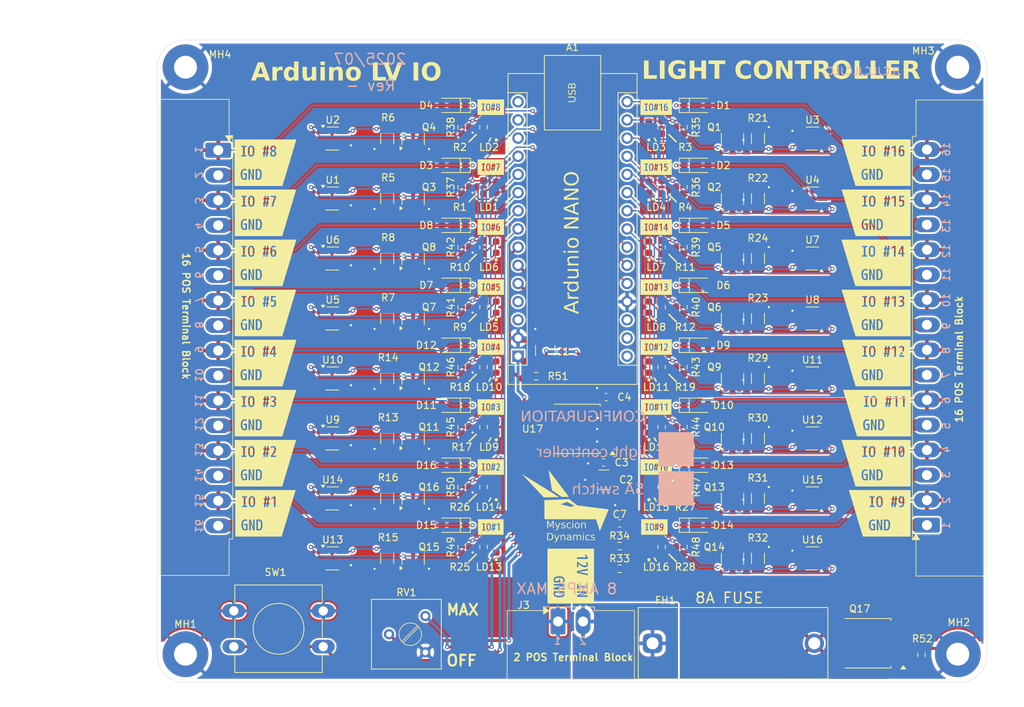
<source format=kicad_pcb>
(kicad_pcb (version 20241229) (generator "pcbnew") (generator_version "9.0")
  (layers (0 "F.Cu" signal) (2 "B.Cu" signal) (13 "F.Paste" user) (15 "B.Paste" user) (5 "F.SilkS" user "F.Silkscreen") (7 "B.SilkS" user "B.Silkscreen") (1 "F.Mask" user) (3 "B.Mask" user) (25 "Edge.Cuts" user))
  (net 0 "")
  (net 4 "IO#16")
  (net 5 "GND")
  (net 8 "BTN")
  (net 11 "BRIGHTNESS")
  (net 12 "BAT+")
  (net 13 "5V")
  (net 14 "Net-(U1-Rext)")
  (net 15 "Net-(U2-Rext)")
  (net 16 "Net-(U4-Rext)")
  (net 17 "Net-(U5-Rext)")
  (net 18 "Net-(U6-Rext)")
  (net 19 "Net-(U7-Rext)")
  (net 20 "Net-(U8-Rext)")
  (net 21 "Net-(U9-Rext)")
  (net 22 "Net-(U10-Rext)")
  (net 23 "Net-(U11-Rext)")
  (net 24 "Net-(U12-Rext)")
  (net 25 "Net-(U13-Rext)")
  (net 26 "Net-(U14-Rext)")
  (net 27 "Net-(U15-Rext)")
  (net 28 "Net-(U16-Rext)")
  (net 29 "/IO#16_SINK")
  (net 30 "Net-(LD1-A)")
  (net 31 "IO#1")
  (net 32 "/IO#5_SINK")
  (net 33 "/IO#7_SINK")
  (net 34 "/IO#4_SINK")
  (net 35 "/IO#6_SINK")
  (net 36 "Net-(LD2-A)")
  (net 37 "/IO#3_SINK")
  (net 38 "/IO#2_SINK")
  (net 39 "/IO#1_SINK")
  (net 40 "IO#6")
  (net 41 "IO#7")
  (net 42 "IO#4")
  (net 43 "IO#5")
  (net 44 "IO#2")
  (net 45 "IO#3")
  (net 46 "IO#15")
  (net 47 "IO#10")
  (net 48 "IO#14")
  (net 49 "IO#9")
  (net 50 "IO#13")
  (net 51 "IO#8")
  (net 52 "IO#12")
  (net 53 "IO#11")
  (net 54 "Net-(LD3-A)")
  (net 55 "/IO#15_SINK")
  (net 56 "/IO#10_SINK")
  (net 57 "/IO#11_SINK")
  (net 58 "/IO#14_SINK")
  (net 59 "/IO#13_SINK")
  (net 60 "/IO#8_SINK")
  (net 61 "/IO#12_SINK")
  (net 62 "/IO#9_SINK")
  (net 63 "BAT_SENSE")
  (net 64 "Net-(LD4-A)")
  (net 65 "Net-(LD5-A)")
  (net 66 "Net-(LD6-A)")
  (net 67 "Net-(LD7-A)")
  (net 68 "Net-(LD8-A)")
  (net 69 "Net-(LD9-A)")
  (net 70 "Net-(LD10-A)")
  (net 71 "Net-(LD11-A)")
  (net 72 "Net-(LD12-A)")
  (net 73 "Net-(LD13-A)")
  (net 74 "Net-(LD14-A)")
  (net 75 "Net-(LD15-A)")
  (net 76 "Net-(LD16-A)")
  (net 77 "Net-(U3-Rext)")
  (net 78 "/Spare_Transistors/BAT_IN")
  (net 79 "Net-(Q17-G)")
  (net 80 "/Spare_Transistors/BAT_FUSE")
  (footprint "DB_SMD_Resistors:R_0603_1608Metric_Pad0.98x0.95mm_HandSolder" (layer "F.Cu") (at 114.554 129.794 -90)
    (property "Reference" "R25")
    (property "Value" "560")
  )
  (footprint "DB_SMD_Resistors:R_0603_1608Metric_Pad0.98x0.95mm_HandSolder" (layer "F.Cu") (at 175.768 144.8835 -90)
    (property "Reference" "R52")
    (property "Value" "10K")
  )
  (footprint "kibuzzard-688160B8" (layer "F.Cu") (at 115.57 118.618)
    (property "Reference" "kibuzzard-688160B8" (hide yes))
    (property "Value" "G***" (hide yes))
  )
  (footprint "kibuzzard-6881860D" (layer "F.Cu") (at 138.684 85.09)
    (property "Reference" "kibuzzard-6881860D" (hide yes))
    (property "Value" "G***" (hide yes))
  )
  (footprint "DB_SMD_Resistors:R_1206_3216Metric" (layer "F.Cu") (at 152.908 106.2335 90)
    (property "Reference" "R29")
    (property "Value" "8.2")
  )
  (footprint "DB_SMD_Diodes:D_SOD-123" (layer "F.Cu") (at 144.272 118.364)
    (property "Reference" "D13")
    (property "Value" "75V")
  )
  (footprint "DB_SMD_LED:LED_0603_1608Metric_Green_Cath_Dot" (layer "F.Cu") (at 137.668 71.12 90)
    (property "Reference" "LD3")
    (property "Value" "Green")
  )
  (footprint "DB_SMD_Resistors:R_0603_1608Metric_Pad0.98x0.95mm_HandSolder" (layer "F.Cu") (at 139.446 113.03 -90)
    (property "Reference" "R20")
    (property "Value" "560")
  )
  (footprint "DB_Transistors:SOT-23-3_G-S-D" (layer "F.Cu") (at 149.352 81.1475 90)
    (property "Reference" "Q2")
    (property "Value" "DMN3404L-7")
  )
  (footprint "DB_SMD_Resistors:R_0603_1608Metric_Pad0.98x0.95mm_HandSolder" (layer "F.Cu") (at 142.494 121.412 90)
    (property "Reference" "R47")
    (property "Value" "10K")
  )
  (footprint "DB_SMD_Resistors:R_0603_1608Metric_Pad0.98x0.95mm_HandSolder" (layer "F.Cu") (at 133.5805 132.842)
    (property "Reference" "R33")
    (property "Value" "10K")
  )
  (footprint "DB_Transistors:SOT-23-3_G-S-D" (layer "F.Cu") (at 149.352 72.7655 90)
    (property "Reference" "Q1")
    (property "Value" "DMN3404L-7")
  )
  (footprint "DB_SMD_LED:LED_0603_1608Metric_Green_Cath_Dot" (layer "F.Cu") (at 137.668 96.266 90)
    (property "Reference" "LD8")
    (property "Value" "Green")
  )
  (footprint "DB_Mounting_Holes:MountingHole_3.2mm_M3_Pad" (layer "F.Cu") (at 72.898 62.738)
    (property "Reference" "MH4")
    (property "Value" "3mm")
  )
  (footprint "DB_SMD_Resistors:R_0603_1608Metric_Pad0.98x0.95mm_HandSolder" (layer "F.Cu") (at 142.494 113.03 90)
    (property "Reference" "R44")
    (property "Value" "10K")
  )
  (footprint "DB_SMD_Diodes:D_SOD-123" (layer "F.Cu") (at 110.364 68.072 180)
    (property "Reference" "D4")
    (property "Value" "75V")
  )
  (footprint "DB_SMD_Resistors:R_1206_3216Metric" (layer "F.Cu") (at 101.092 72.7055 -90)
    (property "Reference" "R6")
    (property "Value" "8.2")
  )
  (footprint "DB_SMD_Resistors:R_0603_1608Metric_Pad0.98x0.95mm_HandSolder" (layer "F.Cu") (at 114.554 71.12 -90)
    (property "Reference" "R2")
    (property "Value" "560")
  )
  (footprint "kibuzzard-68818C28" (layer "F.Cu") (at 169.418 90.086)
    (property "Reference" "kibuzzard-68818C28" (hide yes))
    (property "Value" "G***" (hide yes))
  )
  (footprint "DB_SMD_Resistors:R_0603_1608Metric_Pad0.98x0.95mm_HandSolder" (layer "F.Cu") (at 111.506 96.266 90)
    (property "Reference" "R41")
    (property "Value" "10K")
  )
  (footprint "DB_SMD_Diodes:D_SOD-123" (layer "F.Cu") (at 110.364 93.218 180)
    (property "Reference" "D7")
    (property "Value" "75V")
  )
  (footprint "DB_Standard_SMD:SOT-23-6_Handsoldering" (layer "F.Cu") (at 160.528 89.474 180)
    (property "Reference" "U7")
    (property "Value" "~" (hide yes))
  )
  (footprint "DB_SMD_Resistors:R_0603_1608Metric_Pad0.98x0.95mm_HandSolder" (layer "F.Cu") (at 142.494 129.794 90)
    (property "Reference" "R48")
    (property "Value" "10K")
  )
  (footprint "DB_Mounting_Holes:MountingHole_3.2mm_M3_Pad" (layer "F.Cu") (at 180.848 62.738)
    (property "Reference" "MH3")
    (property "Value" "3mm")
  )
  (footprint "DB_SMD_Resistors:R_0603_1608Metric_Pad0.98x0.95mm_HandSolder" (layer "F.Cu") (at 139.446 79.502 -90)
    (property "Reference" "R4")
    (property "Value" "560")
  )
  (footprint "Package_TO_SOT_SMD:TO-252-2" (layer "F.Cu") (at 127.548 113.29 180)
    (property "Reference" "U17")
    (property "Value" "3_Pin")
  )
  (footprint "DB_SMD_LED:LED_0603_1608Metric_Green_Cath_Dot" (layer "F.Cu") (at 116.332 129.794 90)
    (property "Reference" "LD13")
    (property "Value" "Green")
  )
  (footprint "DB_SMD_Resistors:R_0603_1608Metric_Pad0.98x0.95mm_HandSolder" (layer "F.Cu") (at 142.494 96.266 90)
    (property "Reference" "R40")
    (property "Value" "10K")
  )
  (footprint "DB_SMD_Resistors:R_0603_1608Metric_Pad0.98x0.95mm_HandSolder" (layer "F.Cu") (at 139.446 121.412 -90)
    (property "Reference" "R27")
    (property "Value" "560")
  )
  (footprint "kibuzzard-68818C34" (layer "F.Cu") (at 169.418 76.073)
    (property "Reference" "kibuzzard-68818C34" (hide yes))
    (property "Value" "G***" (hide yes))
  )
  (footprint "kibuzzard-6881854C" (layer "F.Cu") (at 138.684 101.854)
    (property "Reference" "kibuzzard-6881854C" (hide yes))
    (property "Value" "G***" (hide yes))
  )
  (footprint "DB_Transistors:SOT-23-3_G-S-D" (layer "F.Cu") (at 104.714 106.2935 90)
    (property "Reference" "Q12")
    (property "Value" "DMN3404L-7")
  )
  (footprint "kibuzzard-68818BD0" (layer "F.Cu") (at 84.074 118.086)
    (property "Reference" "kibuzzard-68818BD0" (hide yes))
    (property "Value" "G***" (hide yes))
  )
  (footprint "DB_Terminal_Blocks:TE_1x16_3.5mm_1-2842484-6" (layer "F.Cu") (at 176.53 126.746 90)
    (property "Reference" "J2")
    (property "Value" "1-2842484-6")
  )
  (footprint "DB_SMD_Resistors:R_0603_1608Metric_Pad0.98x0.95mm_HandSolder" (layer "F.Cu") (at 114.554 87.884 -90)
    (property "Reference" "R10")
    (property "Value" "560")
  )
  (footprint "DB_Transistors:SOT-23-3_G-S-D" (layer "F.Cu") (at 149.352 123.0575 90)
    (property "Reference" "Q13")
    (property "Value" "DMN3404L-7")
  )
  (footprint "DB_SMD_LED:LED_0603_1608Metric_Green_Cath_Dot" (layer "F.Cu") (at 116.332 71.12 90)
    (property "Reference" "LD2")
    (property "Value" "Green")
  )
  (footprint "DB_Fuse_Holder:Wurth_696108003002" (layer "F.Cu") (at 138.182 143.256)
    (property "Reference" "FH1")
    (property "Value" "20A_MAX")
  )
  (footprint "kibuzzard-68815A57" (layer "F.Cu") (at 115.57 127)
    (property "Reference" "kibuzzard-68815A57" (hide yes))
    (property "Value" "G***" (hide yes))
  )
  (footprint "DB_SMD_Capacitors:C_0603_1608Metric_Pad1.08x0.95mm_HandSolder" (layer "F.Cu") (at 133.5805 126.492 180)
    (property "Reference" "C7")
    (property "Value" "0.1uF")
  )
  (footprint "kibuzzard-68818BE4" (layer "F.Cu") (at 84.074 97.086)
    (property "Reference" "kibuzzard-68818BE4" (hide yes))
    (property "Value" "G***" (hide yes))
  )
  (footprint "DB_SMD_Resistors:R_1206_3216Metric" (layer "F.Cu") (at 152.908 89.4695 90)
    (property "Reference" "R24")
    (property "Value" "8.2")
  )
  (footprint "kibuzzard-68816783" (layer "F.Cu") (at 115.57 85.09)
    (property "Reference" "kibuzzard-68816783" (hide yes))
    (property "Value" "G***" (hide yes))
  )
  (footprint "DB_SMD_Resistors:R_0603_1608Metric_Pad0.98x0.95mm_HandSolder" (layer "F.Cu") (at 139.446 87.884 -90)
    (property "Reference" "R11")
    (property "Value" "560")
  )
  (footprint "DB_SMD_LED:LED_0603_1608Metric_Green_Cath_Dot" (layer "F.Cu") (at 116.332 104.648 90)
    (property "Reference" "LD10")
    (property "Value" "Green")
  )
  (footprint "kibuzzard-68818BFA" (layer "F.Cu") (at 84.074 76.086)
    (property "Reference" "kibuzzard-68818BFA" (hide yes))
    (property "Value" "G***" (hide yes))
  )
  (footprint "DB_SMD_Diodes:D_SOD-123" (layer "F.Cu") (at 144.272 84.836)
    (property "Reference" "D5")
    (property "Value" "75V")
  )
  (footprint "DB_SMD_Resistors:R_0603_1608Metric_Pad0.98x0.95mm_HandSolder" (layer "F.Cu") (at 114.554 79.502 -90)
    (property "Reference" "R1")
    (property "Value" "560")
  )
  (footprint "DB_SMD_Diodes:D_SOD-123" (layer "F.Cu") (at 110.364 101.6 180)
    (property "Reference" "D12")
    (property "Value" "75V")
  )
  (footprint "DB_SMD_Resistors:R_0603_1608Metric_Pad0.98x0.95mm_HandSolder" (layer "F.Cu") (at 142.494 87.884 90)
    (property "Reference" "R39")
    (property "Value" "10K")
  )
  (footprint "DB_SMD_LED:LED_0603_1608Metric_Green_Cath_Dot" (layer "F.Cu") (at 116.332 113.03 90)
    (property "Reference" "LD9")
    (property "Value" "Green")
  )
  (footprint "kibuzzard-68816789" (layer "F.Cu") (at 115.57 76.708)
    (property "Reference" "kibuzzard-68816789" (hide yes))
    (property "Value" "G***" (hide yes))
  )
  (footprint "kibuzzard-6881766C" (layer "F.Cu") (at 138.684 118.618)
    (property "Reference" "kibuzzard-6881766C" (hide yes))
    (property "Value" "G***" (hide yes))
  )
  (footprint "DB_Modules:Arduino_Nano" (layer "F.Cu") (at 119.38 65.024)
    (property "Reference" "A1")
    (property "Value" "Arduino_Nano_v2")
  )
  (footprint "DB_SMD_Capacitors:C_0603_1608Metric_Pad1.08x0.95mm_HandSolder" (layer "F.Cu") (at 131.699 108.839 180)
    (property "Reference" "C4")
    (property "Value" "0.1uF")
  )
  (footprint "DB_Standard_SMD:SOT-23-6_Handsoldering" (layer "F.Cu") (at 160.528 114.62 180)
    (property "Reference" "U12")
    (property "Value" "~" (hide yes))
  )
  (footprint "DB_SMD_Resistors:R_1206_3216Metric" (layer "F.Cu") (at 101.092 131.3795 -90)
    (property "Reference" "R15")
    (property "Value" "8.2")
  )
  (footprint "DB_Transistors:SOT-23-3_G-S-D" (layer "F.Cu") (at 104.714 123.0575 90)
    (property "Reference" "Q16")
    (property "Value" "DMN3404L-7")
  )
  (footprint "DB_SMD_Diodes:D_SOD-123" (layer "F.Cu") (at 110.364 109.982 180)
    (property "Reference" "D11")
    (property "Value" "75V")
  )
  (footprint "DB_SMD_LED:LED_0603_1608Metric_Green_Cath_Dot" (layer "F.Cu") (at 137.668 129.794 90)
    (property "Reference" "LD16")
    (property "Value" "Green")
  )
  (footprint "DB_SMD_Resistors:R_0603_1608Metric_Pad0.98x0.95mm_HandSolder" (layer "F.Cu") (at 114.554 104.648 -90)
    (property "Reference" "R18")
    (property "Value" "560")
  )
  (footprint "DB_SMD_Capacitors:C_0603_1608Metric_Pad1.08x0.95mm_HandSolder" (layer "F.Cu") (at 131.318 117.983 180)
    (property "Reference" "C3")
    (property "Value" "0.1uF")
  )
  (footprint "DB_Standard_SMD:SOT-23-6_Handsoldering" (layer "F.Cu") (at 160.528 72.71 180)
    (property "Reference" "U3")
    (property "Value" "~" (hide yes))
  )
  (footprint "Package_TO_SOT_SMD:TO-252-2" (layer "F.Cu") (at 168.188 143.25 180)
    (property "Reference" "Q17")
    (property "Value" "SQD40031EL_GE3")
  )
  (footprint "DB_SMD_LED:LED_0603_1608Metric_Green_Cath_Dot" (layer "F.Cu") (at 137.668 121.412 90)
    (property "Reference" "LD15")
    (property "Value" "Green")
  )
  (footprint "kibuzzard-68818591" (layer "F.Cu") (at 138.684 93.472)
    (property "Reference" "kibuzzard-68818591" (hide yes))
    (property "Value" "G***" (hide yes))
  )
  (footprint "DB_SMD_LED:LED_0603_1608Metric_Green_Cath_Dot" (layer "F.Cu") (at 137.668 79.502 90)
    (property "Reference" "LD4")
    (property "Value" "Green")
  )
  (footprint "DB_Standard_SMD:SOT-23-6_Handsoldering" (layer "F.Cu") (at 160.528 97.856 180)
    (property "Reference" "U8")
    (property "Value" "~" (hide yes))
  )
  (footprint "kibuzzard-68818C23" (layer "F.Cu") (at 169.418 97.086)
    (property "Reference" "kibuzzard-68818C23" (hide yes))
    (property "Value" "G***" (hide yes))
  )
  (footprint "DB_SMD_Resistors:R_0603_1608Metric_Pad0.98x0.95mm_HandSolder" (layer "F.Cu") (at 121.92 105.918)
    (property "Reference" "R51")
    (property "Value" "10K")
  )
  (footprint "DB_SMD_Resistors:R_0603_1608Metric_Pad0.98x0.95mm_HandSolder" (layer "F.Cu") (at 142.494 104.648 90)
    (property "Reference" "R43")
    (property "Value" "10K")
  )
  (footprint "DB_SMD_LED:LED_0603_1608Metric_Green_Cath_Dot" (layer "F.Cu") (at 116.332 121.412 90)
    (property "Reference" "LD14")
    (property "Value" "Green")
  )
  (footprint "DB_SMD_Capacitors:C_1210_3225Metric" (layer "F.Cu") (at 123.19 102.313 90)
    (property "Reference" "C1")
    (property "Value" "10uF")
  )
  (footprint "kibuzzard-68818BEC" (layer "F.Cu") (at 84.074 90.086)
    (property "Reference" "kibuzzard-68818BEC" (hide yes))
    (property "Value" "G***" (hide yes))
  )
  (footprint "DB_Mounting_Holes:MountingHole_3.2mm_M3_Pad" (layer "F.Cu") (at 180.848 144.78)
    (property "Reference" "MH2")
    (property "Value" "3mm")
  )
  (footprint "DB_SMD_Capacitors:C_1210_3225Metric" (layer "F.Cu") (at 131.367 120.396 180)
    (property "Reference" "C2")
    (property "Value" "10uF")
  )
  (footprint "DB_Terminal_Blocks:TE_1x16_3.5mm_2842484-2" (layer "F.Cu") (at 124.968 140.208)
    (property "Reference" "J3")
    (property "Value" "2842484-2")
  )
  (footprint "DB_Standard_SMD:SOT-23-6_Handsoldering" (layer "F.Cu") (at 160.528 131.384 180)
    (property "Reference" "U16")
    (property "Value" "~" (hide yes))
  )
  (footprint "kibuzzard-68818672" (layer "F.Cu") (at 138.684 76.708)
    (property "Reference" "kibuzzard-68818672" (hide yes))
    (property "Value" "G***" (hide yes))
  )
  (footprint "DB_SMD_Resistors:R_0603_1608Metric_Pad0.98x0.95mm_HandSolder" (layer "F.Cu") (at 111.506 79.502 90)
    (property "Reference" "R37")
    (property "Value" "10K")
  )
  (footprint "DB_SMD_Resistors:R_1206_3216Metric" (layer "F.Cu") (at 101.092 89.4695 -90)
    (property "Reference" "R8")
    (property "Value" "8.2")
  )
  (footprint "kibuzzard-688184E6" (layer "F.Cu") (at 138.684 110.236)
    (property "Reference" "kibuzzard-688184E6" (hide yes))
    (property "Value" "G***" (hide yes))
  )
  (footprint "DB_SMD_Resistors:R_0603_1608Metric_Pad0.98x0.95mm_HandSolder" (layer "F.Cu") (at 111.506 113.03 90)
    (property "Reference" "R45")
    (property "Value" "10K")
  )
  (footprint "kibuzzard-688053C9" (layer "F.Cu") (at 126.746 133.858 -90)
    (property "Reference" "kibuzzard-688053C9" (hide yes))
    (property "Value" "G***" (hide yes))
  )
  (footprint "DB_Standard_SMD:SOT-23-6_Handsoldering" (layer "F.Cu") (at 160.528 123.002 180)
    (property "Reference" "U15")
    (property "Value" "~" (hide yes))
  )
  (footprint "DB_Standard_SMD:SOT-23-6_Handsoldering" (layer "F.Cu") (at 93.392 131.384)
    (property "Reference" "U13")
    (property "Value" "~" (hide yes))
  )
  (footprint "DB_SMD_Resistors:R_1206_3216Metric" (layer "F.Cu") (at 152.908 131.3795 90)
    (property "Reference" "R32")
    (property "Value" "8.2")
  )
  (footprint "DB_SMD_Resistors:R_0603_1608Metric_Pad0.98x0.95mm_HandSolder" (layer "F.Cu") (at 111.506 71.12 90)
    (property "Reference" "R38")
    (property "Value" "10K")
  )
  (footprint "DB_SMD_Resistors:R_0603_1608Metric_Pad0.98x0.95mm_HandSolder" (layer "F.Cu") (at 111.506 129.794 90)
    (property "Reference" "R49")
    (property "Value" "10K")
  )
  (footprint "DB_Potentiometers:Potentiometer_Bourns_3386F_Vertical" (layer "F.Cu") (at 106.426 139.446 180)
    (property "Reference" "RV1")
    (property "Value" "10K")
  )
  (footprint "DB_SMD_LED:LED_0603_1608Metric_Green_Cath_Dot" (layer "F.Cu") (at 137.668 87.884 90)
    (property "Reference" "LD7")
    (property "Value" "Green")
  )
  (footprint "DB_SMD_Diodes:D_SOD-123" (layer "F.Cu") (at 144.272 76.454)
    (property "Reference" "D2")
    (property "Value" "75V")
  )
  (footprint "DB_SMD_Resistors:R_0603_1608Metric_Pad0.98x0.95mm_HandSolder" (layer "F.Cu") (at 111.506 104.648 90)
    (property "Reference" "R46")
    (property "Value" "10K")
  )
  (footprint "kibuzzard-68818BD6" (layer "F.Cu") (at 84.074 111.086)
    (property "Reference" "kibuzzard-68818BD6" (hide yes))
    (property "Value" "G***" (hide yes))
  )
  (footprint "DB_Terminal_Blocks:TE_1x16_3.5mm_1-2842484-6" (layer "F.Cu") (at 77.47 74.336 -90)
    (property "Reference" "J1")
    (property "Value" "1-2842484-6")
  )
  (footprint "DB_SMD_LED:LED_0603_1608Metric_Green_Cath_Dot" (layer "F.Cu") (at 116.332 79.502 90)
    (property "Reference" "LD1")
    (property "Value" "Green")
  )
  (footprint "kibuzzard-68816CB7" (layer "F.Cu") (at 138.43 127)
    (property "Reference" "kibuzzard-68816CB7" (hide yes))
    (property "Value" "G***" (hide yes))
  )
  (footprint "DB_SMD_Diodes:D_SOD-123" (layer "F.Cu") (at 144.272 109.982)
    (property "Reference" "D10")
    (property "Value" "75V")
  )
  (footprint "DB_Transistors:SOT-23-3_G-S-D" (layer "F.Cu") (at 149.352 114.6755 90)
    (property "Reference" "Q10")
    (property "Value" "DMN3404L-7")
  )
  (footprint "DB_Transistors:SOT-23-3_G-S-D" (layer "F.Cu") (at 149.352 97.9115 90)
    (property "Reference" "Q6")
    (property "Value" "DMN3404L-7")
  )
  (footprint "DB_SMD_Diodes:D_SOD-123" (layer "F.Cu") (at 144.272 101.6)
    (property "Reference" "D9")
    (property "Value" "75V")
  )
  (footprint "DB_SMD_Diodes:D_SOD-123" (layer "F.Cu") (at 110.364 126.746 180)
    (property "Reference" "D15")
    (property "Value" "75V")
  )
  (footprint "kibuzzard-6881678F" (layer "F.Cu") (at 115.57 68.326)
    (property "Reference" "kibuzzard-6881678F" (hide yes))
    (property "Value" "G***" (hide yes))
  )
  (footprint "DB_Transistors:SOT-23-3_G-S-D" (layer "F.Cu") (at 104.714 97.9115 90)
    (property "Reference" "Q7")
    (property "Value" "DMN3404L-7")
  )
  (footprint "DB_SMD_LED:LED_0603_1608Metric_Green_Cath_Dot" (layer "F.Cu") (at 116.332 87.884 90)
    (property "Reference" "LD6")
    (property "Value" "Green")
  )
  (footprint "DB_Standard_SMD:SOT-23-6_Handsoldering" (layer "F.Cu") (at 93.392 72.71)
    (property "Reference" "U2")
    (property "Value" "~" (hide yes))
  )
  (footprint "DB_SMD_Resistors:R_1206_3216Metric" (layer "F.Cu") (at 101.092 81.0875 -90)
    (property "Reference" "R5")
    (property "Value" "8.2")
  )
  (footprint "DB_SMD_Resistors:R_0603_1608Metric_Pad0.98x0.95mm_HandSolder" (layer "F.Cu") (at 139.446 129.794 -90)
    (property "Reference" "R28")
    (property "Value" "560")
  )
  (footprint "kibuzzard-68818677" (layer "F.Cu") (at 138.684 68.326)
    (property "Reference" "kibuzzard-68818677" (hide yes))
    (property "Value" "G***" (hide yes))
  )
  (footprint "kibuzzard-68818BC9" (layer "F.Cu") (at 84.074 125.086)
    (property "Reference" "kibuzzard-68818BC9" (hide yes))
    (property "Value" "G***" (hide yes))
  )
  (footprint "DB_Logo_Footprints:Myscion_Dynamics_Main" (layer "F.Cu") (at 128.523241 127.619288)
    (property "Reference" "GL1" (hide yes))
    (property "Value" "~")
  )
  (footprint "DB_Transistors:SOT-23-3_G-S-D" (layer "F.Cu") (at 149.352 106.2935 90)
    (property "Reference" "Q9")
    (property "Value" "DMN3404L-7")
  )
  (footprint "DB_SMD_Resistors:R_0603_1608Metric_Pad0.98x0.95mm_HandSolder" (layer "F.Cu") (at 142.494 79.502 90)
    (property "Reference" "R36")
    (property "Value" "10K")
  )
  (footprint "DB_SMD_Diodes:D_SOD-123" (layer "F.Cu") (at 144.272 126.746)
    (property "Reference" "D14")
    (property "Value" "75V")
  )
  (footprint "DB_SMD_LED:LED_0603_1608Metric_Green_Cath_Dot" (layer "F.Cu") (at 137.668 113.03 90)
    (property "Reference" "LD12")
    (property "Value" "Green")
  )
  (footprint "DB_Standard_SMD:SOT-23-6_Handsoldering" (layer "F.Cu") (at 160.528 106.238 180)
    (property "Reference" "U11")
    (property "Value" "~" (hide yes))
  )
  (footprint "DB_Standard_SMD:SOT-23-6_Handsoldering" (layer "F.Cu") (at 160.528 81.092 180)
    (property "Reference" "U4")
    (property "Value" "~" (hide yes))
  )
  (footprint "DB_SMD_Resistors:R_1206_3216Metric" (layer "F.Cu") (at 152.908 97.8515 90)
    (property "Reference" "R23")
    (property "Value" "8.2")
  )
  (footprint "DB_SMD_Resistors:R_0603_1608Metric_Pad0.98x0.95mm_HandSolder" (layer "F.Cu") (at 114.554 113.03 -90)
    (property "Reference" "R17")
    (property "Value" "560")
  )
  (footprint "DB_SMD_LED:LED_0603_1608Metric_Green_Cath_Dot" (layer "F.Cu") (at 116.332 96.266 90)
    (property "Reference" "LD5")
    (property "Value" "Green")
  )
  (footprint "DB_Standard_SMD:SOT-23-6_Handsoldering" (layer "F.Cu") (at 93.392 106.238)
    (property "Reference" "U10")
    (property "Value" "~" (hide yes))
  )
  (footprint "DB_Transistors:SOT-23-3_G-S-D" (layer "F.Cu") (at 149.352 89.5295 90)
    (property "Reference" "Q5")
    (property "Value" "DMN3404L-7")
  )
  (footprint "DB_Transistors:SOT-23-3_G-S-D" (layer "F.Cu") (at 149.352 131.4395 90)
    (property "Reference" "Q14")
    (property "Value" "DMN3404L-7")
  )
  (footprint "kibuzzard-688165F4" (layer "F.Cu") (at 115.57 101.854)
    (property "Reference" "kibuzzard-688165F4" (hide yes))
    (property "Value" "G***" (hide yes))
  )
  (footprint "kibuzzard-68818C0A" (layer "F.Cu") (at 169.418 118.086)
    (property "Reference" "kibuzzard-68818C0A" (hide yes))
    (property "Value" "G***" (hide yes))
  )
  (footprint "DB_Transistors:SOT-23-3_G-S-D" (layer "F.Cu") (at 104.714 89.5295 90)
    (property "Reference" "Q8")
    (property "Value" "DMN3404L-7")
  )
  (footprint "DB_SMD_Resistors:R_0603_1608Metric_Pad0.98x0.95mm_HandSolder" (layer "F.Cu") (at 139.446 96.266 -90)
    (property "Reference" "R12")
    (property "Value" "560")
  )
  (footprint "DB_SMD_Resistors:R_1206_3216Metric" (layer "F.Cu") (at 152.908 72.7055 90)
    (property "Reference" "R21")
    (property "Value" "8.2")
  )
  (footprint "kibuzzard-68818BF4" (layer "F.Cu") (at 84.074 83.086)
    (property "Reference" "kibuzzard-68818BF4" (hide yes))
    (property "Value" "G***" (hide yes))
  )
  (footprint "kibuzzard-68818BDE" (layer "F.Cu") (at 84.074 104.086)
    (property "Reference" "kibuzzard-68818BDE" (hide yes))
    (property "Value" "G***" (hide yes))
  )
  (footprint "DB_Standard_SMD:SOT-23-6_Handsoldering" (layer "F.Cu") (at 93.392 97.856)
    (property "Reference" "U5")
    (property "Value" "~" (hide yes))
  )
  (footprint "DB_SMD_Resistors:R_0603_1608Metric_Pad0.98x0.95mm_HandSolder" (layer "F.Cu") (at 139.446 71.12 -90)
    (property "Reference" "R3")
    (property "Value" "560")
  )
  (footprint "DB_SMD_Resistors:R_0603_1608Metric_Pad0.98x0.95mm_HandSolder" (layer "F.Cu") (at 114.554 121.412 -90)
    (property "Reference" "R26")
    (property "Value" "560")
  )
  (footprint "DB_SMD_Resistors:R_0603_1608Metric_Pad0.98x0.95mm_HandSolder" (layer "F.Cu") (at 133.5805 129.667)
    (property "Reference" "R34")
    (property "Value" "3.3K")
  )
  (footprint "DB_SMD_Resistors:R_1206_3216Metric" (layer "F.Cu") (at 101.092 106.2335 -90)
    (property "Reference" "R14")
    (property "Value" "8.2")
  )
  (footprint "DB_SMD_Resistors:R_1206_3216Metric" (layer "F.Cu") (at 101.092 114.6155 -90)
    (property "Reference" "R13")
    (property "Value" "8.2")
  )
  (footprint "DB_Standard_SMD:SOT-23-6_Handsoldering" (layer "F.Cu") (at 93.392 89.474)
    (property "Reference" "U6")
    (property "Value" "~" (hide yes))
  )
  (footprint "kibuzzard-6881677E" (layer "F.Cu") (at 115.57 93.472)
    (property "Reference" "kibuzzard-6881677E" (hide yes))
    (property "Value" "G***" (hide yes))
  )
  (footprint "DB_SMD_Resistors:R_1206_3216Metric" (layer "F.Cu") (at 152.908 114.6155 90)
    (property "Reference" "R30")
    (property "Value" "8.2")
  )
  (footprint "DB_Transistors:SOT-23-3_G-S-D" (layer "F.Cu") (at 104.714 131.4395 90)
    (property "Reference" "Q15")
    (property "Value" "DMN3404L-7")
  )
  (footprint "DB_SMD_Diodes:D_SOD-123" (layer "F.Cu") (at 144.272 93.218)
    (property "Reference" "D6")
    (property "Value" "75V")
  )
  (footprint "DB_Transistors:SOT-23-3_G-S-D" (layer "F.Cu") (at 104.714 114.6755 90)
    (property "Reference" "Q11")
    (property "Value" "DMN3404L-7")
  )
  (footprint "DB_Transistors:SOT-23-3_G-S-D" (layer "F.Cu") (at 104.714 81.1475 90)
    (property "Reference" "Q3")
    (property "Value" "DMN3404L-7")
  )
  (footprint "DB_SMD_Resistors:R_0603_1608Metric_Pad0.98x0.95mm_HandSolder" (layer "F.Cu") (at 114.554 96.266 -90)
    (property "Reference" "R9")
    (property "Value" "560")
  )
  (footprint "kibuzzard-68818C16" (layer "F.Cu") (at 169.545 111.086)
    (property "Reference" "kibuzzard-68818C16" (hide yes))
    (property "Value" "G***" (hide yes))
  )
  (footprint "DB_SMD_Resistors:R_0603_1608Metric_Pad0.98x0.95mm_HandSolder" (layer "F.Cu") (at 111.506 121.412 90)
    (property "Reference" "R50")
    (property "Value" "10K")
  )
  (footprint "DB_SMD_Resistors:R_1206_3216Metric" (layer "F.Cu") (at 101.092 97.8515 -90)
    (property "Reference" "R7")
    (property "Value" "8.2")
  )
  (footprint "DB_SMD_Resistors:R_0603_1608Metric_Pad0.98x0.95mm_HandSolder" (layer "F.Cu") (at 142.494 71.12 90)
    (property "Reference" "R35")
    (property "Value" "10K")
  )
  (footprint "DB_Transistors:SOT-23-3_G-S-D" (layer "F.Cu") (at 104.714 72.7655 90)
    (property "Reference" "Q4")
    (property "Value" "DMN3404L-7")
  )
  (footprint "DB_SMD_Resistors:R_1206_3216Metric" (layer "F.Cu") (at 152.908 81.0875 90)
    (property "Reference" "R22")
    (property "Value" "8.2")
  )
  (footprint "DB_TH_Buttons:SW_PUSH-12mm_7mm_BLK" (layer "F.Cu") (at 79.6512 138.724)
    (property "Reference" "SW1")
    (property "Value" "SW_Push")
  )
  (footprint "DB_Mounting_Holes:MountingHole_3.2mm_M3_Pad" (layer "F.Cu") (at 72.898 144.78)
    (property "Reference" "MH1")
    (property "Value" "3mm")
  )
  (footprint "kibuzzard-68818C1C" (layer "F.Cu") (at 169.418 104.086)
    (property "Reference" "kibuzzard-68818C1C" (hide yes))
    (property "Value" "G***" (hide yes))
  )
  (footprint "DB_SMD_Diodes:D_SOD-123" (layer "F.Cu") (at 110.364 118.364 180)
    (property "Reference" "D16")
    (property "Value" "75V")
  )
  (footprint "DB_SMD_Resistors:R_1206_3216Metric" (layer "F.Cu") (at 101.092 122.9975 -90)
    (property "Reference" "R16")
    (property "Value" "8.2")
  )
  (footprint "DB_Standard_SMD:SOT-23-6_Handsoldering" (layer "F.Cu") (at 93.392 114.62)
    (property "Reference" "U9")
    (property "Value" "~" (hide yes))
  )
  (footprint "DB_Standard_SMD:SOT-23-6_Handsoldering" (layer "F.Cu") (at 93.392 81.092)
    (property "Reference" "U1")
    (property "Value" "~" (hide yes))
  )
  (footprint "DB_SMD_Resistors:R_0603_1608Metric_Pad0.98x0.95mm_HandSolder" (layer "F.Cu") (at 139.446 104.648 -90)
    (property "Reference" "R19")
    (property "Value" "560")
  )
  (footprint "DB_SMD_LED:LED_0603_1608Metric_Green_Cath_Dot" (layer "F.Cu") (at 137.668 104.648 90)
    (property "Reference" "LD11")
    (property "Value" "Green")
  )
  (footprint "DB_SMD_Diodes:D_SOD-123" (layer "F.Cu") (at 144.272 68.072)
    (property "Reference" "D1")
    (property "Value" "75V")
  )
  (footprint "DB_Standard_SMD:SOT-23-6_Handsoldering" (layer "F.Cu") (at 93.392 123.002)
    (property "Reference" "U14")
    (property "Value" "~" (hide yes))
  )
  (footprint "DB_SMD_Resistors:R_0603_1608Metric_Pad0.98x0.95mm_HandSolder" (layer "F.Cu") (at 111.506 87.884 90)
    (property "Reference" "R42")
    (property "Value" "10K")
  )
  (footprint "DB_SMD_Diodes:D_SOD-123" (layer "F.Cu") (at 110.364 84.836 180)
    (property "Reference" "D8")
    (property "Value" "75V")
  )
  (footprint "kibuzzard-68818C02" (layer "F.Cu") (at 169.926 125.086)
    (property "Reference" "kibuzzard-68818C02" (hide yes))
    (property "Value" "G***" (hide yes))
  )
  (footprint "DB_SMD_Resistors:R_1206_3216Metric" (layer "F.Cu") (at 152.908 122.9975 90)
    (property "Reference" "R31")
    (property "Value" "8.2")
  )
  (footprint "DB_SMD_Diodes:D_SOD-123" (layer "F.Cu") (at 110.364 76.454 180)
    (property "Reference" "D3")
    (property "Value" "75V")
  )
  (footprint "kibuzzard-688164DF" (layer "F.Cu") (at 115.57 110.236)
    (property "Reference" "kibuzzard-688164DF" (hide yes))
    (property "Value" "G***" (hide yes))
  )
  (footprint "kibuzzard-68818C2E" (layer "F.Cu") (at 169.418 83.086)
    (property "Reference" "kibuzzard-68818C2E" (hide yes))
    (property "Value" "G***" (hide yes))
  )
  (gr_line (start 115.316 81.4705) (end 115.57 81.026) (stroke (width 0.2032)) (layer "F.SilkS"))
  (gr_line (start 115.316 89.8525) (end 115.57 89.408) (stroke (width 0.2032)) (layer "F.SilkS"))
  (gr_line (start 112.522 123.444) (end 113.538 122.428) (stroke (width 0.2032)) (layer "F.SilkS"))
  (gr_line (start 112.522 98.298) (end 113.538 97.282) (stroke (width 0.2032)) (layer "F.SilkS"))
  (gr_line (start 115.316 73.0885) (end 115.57 72.644) (stroke (width 0.2032)) (layer "F.SilkS"))
  (gr_line (start 138.684 81.4705) (end 138.43 81.026) (stroke (width 0.2032)) (layer "F.SilkS"))
  (gr_line (start 115.316 98.2345) (end 115.57 97.79) (stroke (width 0.2032)) (layer "F.SilkS"))
  (gr_line (start 141.478 89.916) (end 140.462 88.9) (stroke (width 0.2032)) (layer "F.SilkS"))
  (gr_line (start 138.684 73.0885) (end 138.43 72.644) (stroke (width 0.2032)) (layer "F.SilkS"))
  (gr_line (start 138.684 131.7625) (end 138.43 131.318) (stroke (width 0.2032)) (layer "F.SilkS"))
  (gr_line (start 141.478 106.68) (end 140.462 105.664) (stroke (width 0.2032)) (layer "F.SilkS"))
  (gr_line (start 115.316 114.9985) (end 115.57 114.554) (stroke (width 0.2032)) (layer "F.SilkS"))
  (gr_line (start 115.316 123.3805) (end 115.57 122.936) (stroke (width 0.2032)) (layer "F.SilkS"))
  (gr_line (start 138.684 89.8525) (end 138.43 89.408) (stroke (width 0.2032)) (layer "F.SilkS"))
  (gr_line (start 115.316 106.6165) (end 115.57 106.172) (stroke (width 0.2032)) (layer "F.SilkS"))
  (gr_line (start 112.522 131.826) (end 113.538 130.81) (stroke (width 0.2032)) (layer "F.SilkS"))
  (gr_line (start 138.684 106.6165) (end 138.43 106.172) (stroke (width 0.2032)) (layer "F.SilkS"))
  (gr_line (start 141.478 98.298) (end 140.462 97.282) (stroke (width 0.2032)) (layer "F.SilkS"))
  (gr_line (start 112.522 73.152) (end 113.538 72.136) (stroke (width 0.2032)) (layer "F.SilkS"))
  (gr_line (start 112.522 106.68) (end 113.538 105.664) (stroke (width 0.2032)) (layer "F.SilkS"))
  (gr_line (start 112.522 81.534) (end 113.538 80.518) (stroke (width 0.2032)) (layer "F.SilkS"))
  (gr_line (start 115.316 131.7625) (end 115.57 131.318) (stroke (width 0.2032)) (layer "F.SilkS"))
  (gr_line (start 138.684 98.2345) (end 138.43 97.79) (stroke (width 0.2032)) (layer "F.SilkS"))
  (gr_line (start 141.478 73.152) (end 140.462 72.136) (stroke (width 0.2032)) (layer "F.SilkS"))
  (gr_line (start 141.478 115.062) (end 140.462 114.046) (stroke (width 0.2032)) (layer "F.SilkS"))
  (gr_line (start 141.478 131.826) (end 140.462 130.81) (stroke (width 0.2032)) (layer "F.SilkS"))
  (gr_line (start 112.522 89.916) (end 113.538 88.9) (stroke (width 0.2032)) (layer "F.SilkS"))
  (gr_line (start 141.478 81.534) (end 140.462 80.518) (stroke (width 0.2032)) (layer "F.SilkS"))
  (gr_line (start 112.522 115.062) (end 113.538 114.046) (stroke (width 0.2032)) (layer "F.SilkS"))
  (gr_line (start 138.684 123.3805) (end 138.43 122.936) (stroke (width 0.2032)) (layer "F.SilkS"))
  (gr_line (start 141.478 123.444) (end 140.462 122.428) (stroke (width 0.2032)) (layer "F.SilkS"))
  (gr_line (start 138.684 114.9985) (end 138.43 114.554) (stroke (width 0.2032)) (layer "F.SilkS"))
  (gr_rect (start 139.065 113.792) (end 143.891 118.491) (stroke (width 0.1)) (fill yes) (layer "B.SilkS"))
  (gr_rect (start 139.065 119.253) (end 143.891 123.952) (stroke (width 0.1)) (fill yes) (layer "B.SilkS"))
  (gr_arc (start 181.102 58.928) (mid 183.796077 60.043923) (end 184.912 62.738) (stroke (width 0.05)) (layer "Edge.Cuts"))
  (gr_arc (start 68.961 62.738) (mid 70.076923 60.043923) (end 72.771 58.928) (stroke (width 0.05)) (layer "Edge.Cuts"))
  (gr_arc (start 72.771 148.717) (mid 70.076923 147.601077) (end 68.961 144.907) (stroke (width 0.05)) (layer "Edge.Cuts"))
  (gr_line (start 184.912 62.738) (end 184.912 144.907) (stroke (width 0.05)) (layer "Edge.Cuts"))
  (gr_line (start 72.771 58.928) (end 181.102 58.928) (stroke (width 0.05)) (layer "Edge.Cuts"))
  (gr_line (start 181.102 148.717) (end 72.771 148.717) (stroke (width 0.05)) (layer "Edge.Cuts"))
  (gr_line (start 68.961 144.907) (end 68.961 62.738) (stroke (width 0.05)) (layer "Edge.Cuts"))
  (gr_arc (start 184.912 144.907) (mid 183.796077 147.601077) (end 181.102 148.717) (stroke (width 0.05)) (layer "Edge.Cuts"))
  (gr_text "LIGHT CONTROLLER" (at 136.652 64.77 0) (layer "F.SilkS") (effects (font (size 2.5 2.5) (thickness 0.3) (bold yes)) (justify left bottom)))
  (gr_text "8A FUSE" (at 144.018 137.795 0) (layer "F.SilkS") (effects (font (size 1.5 1.5) (thickness 0.2)) (justify left bottom)))
  (gr_text "Arduino LV IO" (at 82.042 65.024 0) (layer "F.SilkS") (effects (font (size 2.5 2.5) (thickness 0.3) (bold yes)) (justify left bottom)))
  (gr_text "MAX" (at 109.22 139.446 0) (layer "F.SilkS") (effects (font (size 1.5 1.5) (thickness 0.3) (bold yes)) (justify left bottom)))
  (gr_text "OFF" (at 109.22 146.558 0) (layer "F.SilkS") (effects (font (size 1.5 1.5) (thickness 0.3) (bold yes)) (justify left bottom)))
  (gr_text "5A switch" (at 137.033 122.682 0) (layer "B.SilkS") (effects (font (size 1.5 1.5) (thickness 0.2)) (justify left bottom mirror)))
  (gr_text "JLCJLCJLCJLC" (at 173.101 63.881 0) (layer "B.SilkS") (effects (font (size 1.016 1.016) (thickness 0.1524)) (justify left bottom mirror)))
  (gr_text "Rev -" (at 102.362 66.167 0) (layer "B.SilkS") (effects (font (size 1.5 1.5) (thickness 0.2)) (justify left bottom mirror)))
  (gr_text "light controller" (at 137.287 117.475 0) (layer "B.SilkS") (effects (font (size 1.5 1.5) (thickness 0.2)) (justify left bottom mirror)))
  (gr_text "8 AMPS MAX" (at 133.35 136.525 0) (layer "B.SilkS") (effects (font (size 1.5 1.5) (thickness 0.2)) (justify left bottom mirror)))
  (gr_text "2025/07" (at 103.886 62.484 0) (layer "B.SilkS") (effects (font (size 1.5 1.5) (thickness 0.2)) (justify left bottom mirror)))
  (gr_text "CONFIGURATION" (at 137.16 112.522 0) (layer "B.SilkS") (effects (font (size 1.5 1.5) (thickness 0.2)) (justify left bottom mirror)))
  (segment (start 140.97 70.2075) (end 142.494 70.2075) (width 0.2) (layer "F.Cu") (net 4))
  (segment (start 148.402 73.903) (end 147.331 73.903) (width 0.2) (layer "F.Cu") (net 4))
  (segment (start 147.331 73.903) (end 147.32 73.914) (width 0.2) (layer "F.Cu") (net 4))
  (segment (start 139.446 70.2075) (end 140.97 70.2075) (width 0.2) (layer "F.Cu") (net 4))
  (segment (start 163.322 74.168) (end 162.814 73.66) (width 0.2) (layer "F.Cu") (net 4))
  (segment (start 162.814 73.66) (end 161.878 73.66) (width 0.2) (layer "F.Cu") (net 4))
  (via (at 140.97 70.2075) (size 0.6) (drill 0.3) (layers "F.Cu" "B.Cu") (net 4))
  (via (at 147.32 73.914) (size 0.6) (drill 0.3) (layers "F.Cu" "B.Cu") (net 4))
  (via (at 163.322 74.168) (size 0.6) (drill 0.3) (layers "F.Cu" "B.Cu") (net 4))
  (segment (start 147.32 73.914) (end 144.6765 73.914) (width 0.2) (layer "B.Cu") (net 4))
  (segment (start 140.97 70.2075) (end 138.3265 67.564) (width 0.2) (layer "B.Cu") (net 4))
  (segment (start 148.175 74.769) (end 162.721 74.769) (width 0.2) (layer "B.Cu") (net 4))
  (segment (start 138.3265 67.564) (end 134.62 67.564) (width 0.2) (layer "B.Cu") (net 4))
  (segment (start 162.721 74.769) (end 163.322 74.168) (width 0.2) (layer "B.Cu") (net 4))
  (segment (start 144.6765 73.914) (end 140.97 70.2075) (width 0.2) (layer "B.Cu") (net 4))
  (segment (start 147.32 73.914) (end 148.175 74.769) (width 0.2) (layer "B.Cu") (net 4))
  (segment (start 113.03 88.646) (end 111.6565 88.646) (width 0.2) (layer "F.Cu") (net 5))
  (segment (start 96.012 115.57) (end 94.742 115.57) (width 0.4064) (layer "F.Cu") (net 5))
  (segment (start 105.929 124.46) (end 105.664 124.195) (width 0.2) (layer "F.Cu") (net 5))
  (segment (start 150.302 90.667) (end 150.302 90.236) (width 0.2) (layer "F.Cu") (net 5))
  (segment (start 111.6565 113.792) (end 111.506 113.9425) (width 0.2) (layer "F.Cu") (net 5))
  (segment (start 141.0735 105.5605) (end 142.494 105.5605) (width 0.2) (layer "F.Cu") (net 5))
  (segment (start 142.6445 122.174) (end 142.494 122.3245) (width 0.2) (layer "F.Cu") (net 5))
  (segment (start 150.302 107) (end 150.876 106.426) (width 0.2) (layer "F.Cu") (net 5))
  (segment (start 142.6445 88.646) (end 142.494 88.7965) (width 0.2) (layer "F.Cu") (net 5))
  (segment (start 159.178 113.67) (end 157.866 113.67) (width 0.4064) (layer "F.Cu") (net 5))
  (segment (start 141.0735 122.3245) (end 142.494 122.3245) (width 0.2) (layer "F.Cu") (net 5))
  (segment (start 138.5815 123.113) (end 140.285 123.113) (width 0.2) (layer "F.Cu") (net 5))
  (segment (start 96.012 90.424) (end 94.742 90.424) (width 0.4064) (layer "F.Cu") (net 5))
  (segment (start 143.764 88.646) (end 142.6445 88.646) (width 0.2) (layer "F.Cu") (net 5))
  (segment (start 105.929 90.932) (end 105.664 90.667) (width 0.2) (layer "F.Cu") (net 5))
  (segment (start 153.031 129.794) (end 152.908 129.917) (width 0.2) (layer "F.Cu") (net 5))
  (segment (start 142.6445 80.264) (end 142.494 80.4145) (width 0.2) (layer "F.Cu") (net 5))
  (segment (start 153.031 79.502) (end 152.908 79.625) (width 0.2) (layer "F.Cu") (net 5))
  (segment (start 105.929 116.078) (end 105.664 115.813) (width 0.2) (layer "F.Cu") (net 5))
  (segment (start 113.969 114.731) (end 113.03 113.792) (width 0.2) (layer "F.Cu") (net 5))
  (segment (start 106.934 90.932) (end 105.929 90.932) (width 0.2) (layer "F.Cu") (net 5))
  (segment (start 115.4185 114.731) (end 113.969 114.731) (width 0.2) (layer "F.Cu") (net 5))
  (segment (start 129.892 120.396) (end 128.778 120.396) (width 0.4064) (layer "F.Cu") (net 5))
  (segment (start 111.6565 130.556) (end 111.506 130.7065) (width 0.2) (layer "F.Cu") (net 5))
  (segment (start 140.285 114.731) (end 141.0735 113.9425) (width 0.2) (layer "F.Cu") (net 5))
  (segment (start 140.285 106.349) (end 141.0735 105.5605) (width 0.2) (layer "F.Cu") (net 5))
  (segment (start 141.0735 113.9425) (end 142.494 113.9425) (width 0.2) (layer "F.Cu") (net 5))
  (segment (start 140.285 97.967) (end 141.0735 97.1785) (width 0.2) (layer "F.Cu") (net 5))
  (segment (start 96.012 82.042) (end 94.742 82.042) (width 0.4064) (layer "F.Cu") (net 5))
  (segment (start 115.4185 81.203) (end 116.332 80.2895) (width 0.2) (layer "F.Cu") (net 5))
  (segment (start 150.302 132.146) (end 150.876 131.572) (width 0.2) (layer "F.Cu") (net 5))
  (segment (start 150.302 123.764) (end 150.876 123.19) (width 0.2) (layer "F.Cu") (net 5))
  (segment (start 150.302 90.236) (end 150.876 89.662) (width 0.2) (layer "F.Cu") (net 5))
  (segment (start 130.556 111.76) (end 128.27 111.76) (width 0.4064) (layer "F.Cu") (net 5))
  (segment (start 154.432 96.266) (end 153.031 96.266) (width 0.2) (layer "F.Cu") (net 5))
  (segment (start 106.934 99.314) (end 105.929 99.314) (width 0.2) (layer "F.Cu") (net 5))
  (segment (start 113.03 88.646) (end 113.969 89.585) (width 0.2) (layer "F.Cu") (net 5))
  (segment (start 128.143 111.633) (end 126.486 113.29) (width 0.4064) (layer "F.Cu") (net 5))
  (segment (start 157.866 122.052) (end 157.734 121.92) (width 0.4064) (layer "F.Cu") (net 5))
  (segment (start 157.866 71.76) (end 157.734 71.628) (width 0.4064) (layer "F.Cu") (net 5))
  (segment (start 154.432 129.794) (end 153.031 129.794) (width 0.2) (layer "F.Cu") (net 5))
  (segment (start 106.934 82.55) (end 105.929 82.55) (width 0.2) (layer "F.Cu") (net 5))
  (segment (start 134.443 126.492) (end 134.443 125.4495) (width 0.4064) (layer "F.Cu") (net 5))
  (segment (start 99.314 124.46) (end 101.092 124.46) (width 0.2) (layer "F.Cu") (net 5))
  (segment (start 105.929 99.314) (end 105.664 99.049) (width 0.2) (layer "F.Cu") (net 5))
  (segment (start 142.6445 105.41) (end 142.494 105.5605) (width 0.2) (layer "F.Cu") (net 5))
  (segment (start 134.493 126.542) (end 134.443 126.492) (width 0.4064) (layer "F.Cu") (net 5))
  (segment (start 106.934 107.696) (end 105.929 107.696) (width 0.2) (layer "F.Cu") (net 5))
  (segment (start 128.27 111.76) (end 128.143 111.633) (width 0.4064) (layer "F.Cu") (net 5))
  (segment (start 154.432 104.648) (end 153.031 104.648) (width 0.2) (layer "F.Cu") (net 5))
  (segment (start 106.934 124.46) (end 105.929 124.46) (width 0.2) (layer "F.Cu") (net 5))
  (segment (start 113.969 89.585) (end 115.4185 89.585) (width 0.2) (layer "F.Cu") (net 5))
  (segment (start 106.934 132.842) (end 105.929 132.842) (width 0.2) (layer "F.Cu") (net 5))
  (segment (start 138.5815 89.585) (end 140.285 89.585) (width 0.2) (layer "F.Cu") (net 5))
  (segment (start 96.012 98.806) (end 94.742 98.806) (width 0.4064) (layer "F.Cu") (net 5))
  (segment (start 129.892 120.396) (end 129.892 118.5465) (width 0.4064) (layer "F.Cu") (net 5))
  (segment (start 111.6565 105.41) (end 111.506 105.5605) (width 0.2) (layer "F.Cu") (net 5))
  (segment (start 129.286 115.062) (end 130.429 115.062) (width 0.4064) (layer "F.Cu") (net 5))
  (segment (start 150.302 132.577) (end 150.302 132.146) (width 0.2) (layer "F.Cu") (net 5))
  (segment (start 111.6565 88.646) (end 111.506 88.7965) (width 0.2) (layer "F.Cu") (net 5))
  (segment (start 115.4185 106.349) (end 116.332 105.4355) (width 0.2) (layer "F.Cu") (net 5))
  (segment (start 157.866 80.142) (end 157.734 80.01) (width 0.4064) (layer "F.Cu") (net 5))
  (segment (start 115.4185 89.585) (end 116.332 88.6715) (width 0.2) (layer "F.Cu") (net 5))
  (segment (start 96.012 73.66) (end 94.742 73.66) (width 0.4064) (layer "F.Cu") (net 5))
  (segment (start 113.03 71.882) (end 113.969 72.821) (width 0.2) (layer "F.Cu") (net 5))
  (segment (start 137.668 113.8175) (end 138.5815 114.731) (width 0.2) (layer "F.Cu") (net 5))
  (segment (start 111.6565 97.028) (end 111.506 97.1785) (width 0.2) (layer "F.Cu") (net 5))
  (segment (start 115.4185 72.821) (end 116.332 71.9075) (width 0.2) (layer "F.Cu") (net 5))
  (segment (start 119.634 100.838) (end 119.38 100.584) (width 0.8128) (layer "F.Cu") (net 5))
  (segment (start 141.0735 130.7065) (end 142.494 130.7065) (width 0.2) (layer "F.Cu") (net 5))
  (segment (start 150.302 81.854) (end 150.876 81.28) (width 0.2) (layer "F.Cu") (net 5))
  (segment (start 106.934 74.168) (end 105.929 74.168) (width 0.2) (layer "F.Cu") (net 5))
  (segment (start 138.5815 81.203) (end 140.285 81.203) (width 0.2) (layer "F.Cu") (net 5))
  (segment (start 178.863 143.971) (end 180.848 141.986) (width 0.4064) (layer "F.Cu") (net 5))
  (segment (start 142.6445 97.028) (end 142.494 97.1785) (width 0.2) (layer "F.Cu") (net 5))
  (segment (start 138.5815 106.349) (end 140.285 106.349) (width 0.2) (layer "F.Cu") (net 5))
  (segment (start 137.668 97.0535) (end 138.5815 97.967) (width 0.2) (layer "F.Cu") (net 5))
  (segment (start 113.03 105.41) (end 111.6565 105.41) (width 0.2) (layer "F.Cu") (net 5))
  (segment (start 113.969 72.821) (end 115.4185 72.821) (width 0.2) (layer "F.Cu") (net 5))
  (segment (start 130.8365 108.839) (end 130.8365 107.9765) (width 0.4064) (layer "F.Cu") (net 5))
  (segment (start 140.285 89.585) (end 141.0735 88.7965) (width 0.2) (layer "F.Cu") (net 5))
  (segment (start 134.443 125.4495) (end 132.9455 123.952) (width 0.4064) (layer "F.Cu") (net 5))
  (segment (start 115.4185 123.113) (end 113.969 123.113) (width 0.2) (layer "F.Cu") (net 5))
  (segment (start 175.768 143.971) (end 178.863 143.971) (width 0.4064) (layer "F.Cu") (net 5))
  (segment (start 137.668 88.6715) (end 138.5815 89.585) (width 0.2) (layer "F.Cu") (net 5))
  (segment (start 153.031 71.12) (end 152.908 71.243) (width 0.2) (layer "F.Cu") (net 5))
  (segment (start 140.285 131.495) (end 141.0735 130.7065) (width 0.2) (layer "F.Cu") (net 5))
  (segment (start 154.432 121.412) (end 153.031 121.412) (width 0.2) (layer "F.Cu") (net 5))
  (segment (start 123.19 100.711) (end 121.793 99.314) (width 0.8128) (layer "F.Cu") (net 5))
  (segment (start 143.764 122.174) (end 142.6445 122.174) (width 0.2) (layer "F.Cu") (net 5))
  (segment (start 96.012 123.952) (end 94.742 123.952) (width 0.4064) (layer "F.Cu") (net 5))
  (segment (start 96.012 107.188) (end 94.742 107.188) (width 0.4064) (layer "F.Cu") (net 5))
  (segment (start 138.5815 97.967) (end 140.285 97.967) (width 0.2) (layer "F.Cu") (net 5))
  (segment (start 113.03 80.264) (end 113.969 81.203) (width 0.2) (layer "F.Cu") (net 5))
  (segment (start 126.486 113.29) (end 126.288 113.29) (width 0.4064) (layer "F.Cu") (net 5))
  (segment (start 143.764 80.264) (end 142.6445 80.264) (width 0.2) (layer "F.Cu") (net 5))
  (segment (start 159.178 88.524) (end 157.866 88.524) (width 0.4064) (layer "F.Cu") (net 5))
  (segment (start 153.031 87.884) (end 152.908 88.007) (width 0.2) (layer "F.Cu") (net 5))
  (segment (start 141.0735 72.0325) (end 142.494 72.0325) (width 0.2) (layer "F.Cu") (net 5))
  (segment (start 150.302 73.903) (end 150.302 73.472) (width 0.2) (layer "F.Cu") (net 5))
  (segment (start 153.031 96.266) (end 152.908 96.389) (width 0.2) (layer "F.Cu") (net 5))
  (segment (start 154.432 113.03) (end 153.031 113.03) (width 0.2) (layer "F.Cu") (net 5))
  (segment (start 99.314 99.314) (end 101.092 99.314) (width 0.2) (layer "F.Cu") (net 5))
  (segment (start 113.969 106.349) (end 115.4185 106.349) (width 0.2) (layer "F.Cu") (net 5))
  (segment (start 130.4555 117.983) (end 129.286 117.983) (width 0.4064) (layer "F.Cu") (net 5))
  (segment (start 159.178 71.76) (end 157.866 71.76) (width 0.4064) (layer "F.Cu") (net 5))
  (segment (start 157.866 113.67) (end 157.734 113.538) (width 0.4064) (layer "F.Cu") (net 5))
  (segment (start 113.03 113.792) (end 111.6565 113.792) (width 0.2) (layer "F.Cu") (net 5))
  (segment (start 113.03 105.41) (end 113.969 106.349) (width 0.2) (layer "F.Cu") (net 5))
  (segment (start 137.668 71.9075) (end 138.5815 72.821) (width 0.2) (layer "F.Cu") (net 5))
  (segment (start 99.314 107.696) (end 101.092 107.696) (width 0.2) (layer "F.Cu") (net 5))
  (segment (start 143.764 97.028) (end 142.6445 97.028) (width 0.2) (layer "F.Cu") (net 5))
  (segment (start 140.285 72.821) (end 141.0735 72.0325) (width 0.2) (layer "F.Cu") (net 5))
  (segment (start 116.332 130.5815) (end 115.4185 131.495) (width 0.2) (layer "F.Cu") (net 5))
  (segment (start 150.302 73.472) (end 150.876 72.898) (width 0.2) (layer "F.Cu") (net 5))
  (segment (start 141.0735 88.7965) (end 142.494 88.7965) (width 0.2) (layer "F.Cu") (net 5))
  (segment (start 113.969 131.495) (end 113.03 130.556) (width 0.2) (layer "F.Cu") (net 5))
  (segment (start 130.8365 107.9765) (end 130.429 107.569) (width 0.4064) (layer "F.Cu") (net 5))
  (segment (start 105.929 132.842) (end 105.664 132.577) (width 0.2) (layer "F.Cu") (net 5))
  (segment (start 141.0735 80.4145) (end 142.494 80.4145) (width 0.2) (layer "F.Cu") (net 5))
  (segment (start 142.6445 130.556) (end 142.494 130.7065) (width 0.2) (layer "F.Cu") (net 5))
  (segment (start 113.03 130.556) (end 111.6565 130.556) (width 0.2) (layer "F.Cu") (net 5))
  (segment (start 115.4185 97.967) (end 116.332 97.0535) (width 0.2) (layer "F.Cu") (net 5))
  (segment (start 99.314 82.55) (end 101.092 82.55) (width 0.2) (layer "F.Cu") (net 5))
  (segment (start 150.302 124.195) (end 150.302 123.764) (width 0.2) (layer "F.Cu") (net 5))
  (segment (start 150.302 115.382) (end 150.876 114.808) (width 0.2) (layer "F.Cu") (net 5))
  (segment (start 143.764 113.792) (end 142.6445 113.792) (width 0.2) (layer "F.Cu") (net 5))
  (segment (start 113.03 80.264) (end 111.6565 80.264) (width 0.2) (layer "F.Cu") (net 5))
  (segment (start 96.012 132.334) (end 94.742 132.334) (width 0.4064) (layer "F.Cu") (net 5))
  (segment (start 153.031 113.03) (end 152.908 113.153) (width 0.2) (layer "F.Cu") (net 5))
  (segment (start 116.332 122.1995) (end 115.4185 123.113) (width 0.2) (layer "F.Cu") (net 5))
  (segment (start 143.764 105.41) (end 142.6445 105.41) (width 0.2) (layer "F.Cu") (net 5))
  (segment (start 137.668 105.4355) (end 138.5815 106.349) (width 0.2) (layer "F.Cu") (net 5))
  (segment (start 134.493 129.667) (end 134.493 126.542) (width 0.4064) (layer "F.Cu") (net 5))
  (segment (start 113.03 71.882) (end 111.6565 71.882) (width 0.2) (layer "F.Cu") (net 5))
  (segment (start 129.892 118.5465) (end 130.4555 117.983) (width 0.4064) (layer "F.Cu") (net 5))
  (segment (start 113.969 81.203) (end 115.4185 81.203) (width 0.2) (layer "F.Cu") (net 5))
  (segment (start 113.969 123.113) (end 113.03 122.174) (width 0.2) (layer "F.Cu") (net 5))
  (segment (start 159.178 130.434) (end 157.866 130.434) (width 0.4064) (layer "F.Cu") (net 5))
  (segment (start 154.432 71.12) (end 153.031 71.12) (width 0.2) (layer "F.Cu") (net 5))
  (segment (start 150.302 107.431) (end 150.302 107) (width 0.2) (layer "F.Cu") (net 5))
  (segment (start 138.5815 72.821) (end 140.285 72.821) (width 0.2) (layer "F.Cu") (net 5))
  (segment (start 154.432 87.884) (end 153.031 87.884) (width 0.2) (layer "F.Cu") (net 5))
  (segment (start 99.314 116.078) (end 101.092 116.078) (width 0.2) (layer "F.Cu") (net 5))
  (segment (start 142.6445 113.792) (end 142.494 113.9425) (width 0.2) (layer "F.Cu") (net 5))
  (segment (start 140.285 81.203) (end 141.0735 80.4145) (width 0.2) (layer "F.Cu") (net 5))
  (segment (start 105.929 82.55) (end 105.664 82.285) (width 0.2) (layer "F.Cu") (net 5))
  (segment (start 126.288 113.29) (end 127.514 113.29) (width 0.4064) (layer "F.Cu") (net 5))
  (segment (start 159.178 80.142) (end 157.866 80.142) (width 0.4064) (layer "F.Cu") (net 5))
  (segment (start 154.432 79.502) (end 153.031 79.502) (width 0.2) (layer "F.Cu") (net 5))
  (segment (start 111.6565 71.882) (end 111.506 72.0325) (width 0.2) (layer "F.Cu") (net 5))
  (segment (start 137.668 80.2895) (end 138.5815 81.203) (width 0.2) (layer "F.Cu") (net 5))
  (segment (start 116.332 113.8175) (end 115.4185 114.731) (width 0.2) (layer "F.Cu") (net 5))
  (segment (start 126.288 113.29) (end 130.423 113.29) (width 0.4064) (layer "F.Cu") (net 5))
  (segment (start 159.178 96.906) (end 157.866 96.906) (width 0.4064) (layer "F.Cu") (net 5))
  (segment (start 123.19 100.838) (end 119.634 100.838) (width 0.8128) (layer "F.Cu") (net 5))
  (segment (start 99.314 132.842) (end 101.092 132.842) (width 0.2) (layer "F.Cu") (net 5))
  (segment (start 127.514 113.29) (end 129.286 115.062) (width 0.4064) (layer "F.Cu") (net 5))
  (segment (start 153.031 104.648) (end 152.908 104.771) (width 0.2) (layer "F.Cu") (net 5))
  (segment (start 99.314 90.932) (end 101.092 90.932) (width 0.2) (layer "F.Cu") (net 5))
  (segment (start 157.866 105.288) (end 157.734 105.156) (width 0.4064) (layer "F.Cu") (net 5))
  (segment (start 113.969 97.967) (end 115.4185 97.967) (width 0.2) (layer "F.Cu") (net 5))
  (segment (start 113.03 97.028) (end 111.6565 97.028) (width 0.2) (layer "F.Cu") (net 5))
  (segment (start 143.764 71.882) (end 142.6445 71.882) (width 0.2) (layer "F.Cu") (net 5))
  (segment (start 123.19 100.838) (end 123.19 100.711) (width 0.8128) (layer "F.Cu") (net 5))
  (segment (start 111.6565 80.264) (end 111.506 80.4145) (width 0.2) (layer "F.Cu") (net 5))
  (segment (start 142.6445 71.882) (end 142.494 72.0325) (width 0.2) (layer "F.Cu") (net 5))
  (segment (start 157.866 130.434) (end 157.734 130.302) (width 0.4064) (layer "F.Cu") (net 5))
  (segment (start 157.866 96.906) (end 157.734 96.774) (width 0.4064) (layer "F.Cu") (net 5))
  (segment (start 99.314 74.168) (end 101.092 74.168) (width 0.2) (layer "F.Cu") (net 5))
  (segment (start 153.031 121.412) (end 152.908 121.535) (width 0.2) (layer "F.Cu") (net 5))
  (segment (start 138.5815 114.731) (end 140.285 114.731) (width 0.2) (layer "F.Cu") (net 5))
  (segment (start 150.302 98.618) (end 150.876 98.044) (width 0.2) (layer "F.Cu") (net 5))
  (segment (start 113.03 122.174) (end 111.6565 122.174) (width 0.2) (layer "F.Cu") (net 5))
  (segment (start 115.4185 131.495) (end 113.969 131.495) (width 0.2) (layer "F.Cu") (net 5))
  (segment (start 159.178 122.052) (end 157.866 122.052) (width 0.4064) (layer "F.Cu") (net 5))
  (segment (start 105.929 107.696) (end 105.664 107.431) (width 0.2) (layer "F.Cu") (net 5))
  (segment (start 106.934 116.078) (end 105.929 116.078) (width 0.2) (layer "F.Cu") (net 5))
  (segment (start 137.668 130.5815) (end 138.5815 131.495) (width 0.2) (layer "F.Cu") (net 5))
  (segment (start 129.286 117.983) (end 129.159 118.11) (width 0.4064) (layer "F.Cu") (net 5))
  (segment (start 143.764 130.556) (end 142.6445 130.556) (width 0.2) (layer "F.Cu") (net 5))
  (segment (start 150.302 115.813) (end 150.302 115.382) (width 0.2) (layer "F.Cu") (net 5))
  (segment (start 113.03 97.028) (end 113.969 97.967) (width 0.2) (layer "F.Cu") (net 5))
  (segment (start 150.302 99.049) (end 150.302 98.618) (width 0.2) (layer "F.Cu") (net 5))
  (segment (start 150.302 82.285) (end 150.302 81.854) (width 0.2) (layer "F.Cu") (net 5))
  (segment (start 105.929 74.168) (end 105.664 73.903) (width 0.2) (layer "F.Cu") (net 5))
  (segment (start 157.866 88.524) (end 157.734 88.392) (width 0.4064) (layer "F.Cu") (net 5))
  (segment (start 159.178 105.288) (end 157.866 105.288) (width 0.4064) (layer "F.Cu") (net 5))
  (segment (start 141.0735 97.1785) (end 142.494 97.1785) (width 0.2) (layer "F.Cu") (net 5))
  (segment (start 130.423 113.29) (end 130.429 113.284) (width 0.4064) (layer "F.Cu") (net 5))
  (segment (start 138.5815 131.495) (end 140.285 131.495) (width 0.2) (layer "F.Cu") (net 5))
  (segment (start 137.668 122.1995) (end 138.5815 123.113) (width 0.2) (layer "F.Cu") (net 5))
  (segment (start 111.6565 122.174) (end 111.506 122.3245) (width 0.2) (layer "F.Cu") (net 5))
  (segment (start 140.285 123.113) (end 141.0735 122.3245) (width 0.2) (layer "F.Cu") (net 5))
  (via (at 150.876 81.28) (size 0.6) (drill 0.3) (layers "F.Cu" "B.Cu") (net 5))
  (via (at 143.764 130.556) (size 0.6) (drill 0.3) (layers "F.Cu" "B.Cu") (net 5))
  (via (at 106.934 99.314) (size 0.6) (drill 0.3) (layers "F.Cu" "B.Cu") (net 5))
  (via (at 150.876 131.572) (size 0.6) (drill 0.3) (layers "F.Cu" "B.Cu") (net 5))
  (via (at 99.314 82.55) (size 0.6) (drill 0.3) (layers "F.Cu" "B.Cu") (net 5))
  (via (at 154.432 104.648) (size 0.6) (drill 0.3) (layers "F.Cu" "B.Cu") (net 5))
  (via (at 113.03 88.646) (size 0.6) (drill 0.3) (layers "F.Cu" "B.Cu") (net 5))
  (via (at 129.159 118.11) (size 0.6) (drill 0.3) (layers "F.Cu" "B.Cu") (net 5))
  (via (at 154.432 113.03) (size 0.6) (drill 0.3) (layers "F.Cu" "B.Cu") (net 5))
  (via (at 154.432 129.794) (size 0.6) (drill 0.3) (layers "F.Cu" "B.Cu") (net 5))
  (via (at 96.012 132.334) (size 0.6) (drill 0.3) (layers "F.Cu" "B.Cu") (net 5))
  (via (at 96.012 107.188) (size 0.6) (drill 0.3) (layers "F.Cu" "B.Cu") (net 5))
  (via (at 99.314 107.696) (size 0.6) (drill 0.3) (layers "F.Cu" "B.Cu") (net 5))
  (via (at 157.734 88.392) (size 0.6) (drill 0.3) (layers "F.Cu" "B.Cu") (net 5))
  (via (at 150.876 114.808) (size 0.6) (drill 0.3) (layers "F.Cu" "B.Cu") (net 5))
  (via (at 157.734 105.156) (size 0.6) (drill 0.3) (layers "F.Cu" "B.Cu") (net 5))
  (via (at 113.03 122.174) (size 0.6) (drill 0.3) (layers "F.Cu" "B.Cu") (net 5))
  (via (at 99.314 99.314) (size 0.6) (drill 0.3) (layers "F.Cu" "B.Cu") (net 5))
  (via (at 143.764 113.792) (size 0.6) (drill 0.3) (layers "F.Cu" "B.Cu") (net 5))
  (via (at 154.432 87.884) (size 0.6) (drill 0.3) (layers "F.Cu" "B.Cu") (net 5))
  (via (at 157.734 96.774) (size 0.6) (drill 0.3) (layers "F.Cu" "B.Cu") (net 5))
  (via (at 143.764 80.264) (size 0.6) (drill 0.3) (layers "F.Cu" "B.Cu") (net 5))
  (via (at 150.876 72.898) (size 0.6) (drill 0.3) (layers "F.Cu" "B.Cu") (net 5))
  (via (at 113.03 71.882) (size 0.6) (drill 0.3) (layers "F.Cu" "B.Cu") (net 5))
  (via (at 106.934 124.46) (size 0.6) (drill 0.3) (layers "F.Cu" "B.Cu") (net 5))
  (via (at 150.876 106.426) (size 0.6) (drill 0.3) (layers "F.Cu" "B.Cu") (net 5))
  (via (at 96.012 98.806) (size 0.6) (drill 0.3) (layers "F.Cu" "B.Cu") (net 5))
  (via (at 106.934 132.842) (size 0.6) (drill 0.3) (layers "F.Cu" "B.Cu") (net 5))
  (via (at 143.764 122.174) (size 0.6) (drill 0.3) (layers "F.Cu" "B.Cu") (net 5))
  (via (at 99.314 116.078) (size 0.6) (drill 0.3) (layers "F.Cu" "B.Cu") (net 5))
  (via (at 154.432 96.266) (size 0.6) (drill 0.3) (layers "F.Cu" "B.Cu") (net 5))
  (via (at 106.934 74.168) (size 0.6) (drill 0.3) (layers "F.Cu" "B.Cu") (net 5))
  (via (at 99.314 90.932) (size 0.6) (drill 0.3) (layers "F.Cu" "B.Cu") (net 5))
  (via (at 96.012 123.952) (size 0.6) (drill 0.3) (layers "F.Cu" "B.Cu") (net 5))
  (via (at 150.876 98.044) (size 0.6) (drill 0.3) (layers "F.Cu" "B.Cu") (net 5))
  (via (at 157.734 121.92) (size 0.6) (drill 0.3) (layers "F.Cu" "B.Cu") (net 5))
  (via (at 130.429 107.569) (size 0.6) (drill 0.3) (layers "F.Cu" "B.Cu") (net 5))
  (via (at 113.03 130.556) (size 0.6) (drill 0.3) (layers "F.Cu" "B.Cu") (net 5))
  (via (at 130.556 111.76) (size 0.6) (drill 0.3) (layers "F.Cu" "B.Cu") (net 5))
  (via (at 130.429 115.062) (size 0.6) (drill 0.3) (layers "F.Cu" "B.Cu") (net 5))
  (via (at 157.734 113.538) (size 0.6) (drill 0.3) (layers "F.Cu" "B.Cu") (net 5))
  (via (at 143.764 105.41) (size 0.6) (drill 0.3) (layers "F.Cu" "B.Cu") (net 5))
  (via (at 96.012 115.57) (size 0.6) (drill 0.3) (layers "F.Cu" "B.Cu") (net 5))
  (via (at 121.793 99.314) (size 0.6) (drill 0.3) (layers "F.Cu" "B.Cu") (net 5))
  (via (at 157.734 71.628) (size 0.6) (drill 0.3) (layers "F.Cu" "B.Cu") (net 5))
  (via (at 113.03 80.264) (size 0.6) (drill 0.3) (layers "F.Cu" "B.Cu") (net 5))
  (via (at 106.934 116.078) (size 0.6) (drill 0.3) (layers "F.Cu" "B.Cu") (net 5))
  (via (at 99.314 124.46) (size 0.6) (drill 0.3) (layers "F.Cu" "B.Cu") (net 5))
  (via (at 150.876 123.19) (size 0.6) (drill 0.3) (layers "F.Cu" "B.Cu") (net 5))
  (via (at 143.764 71.882) (size 0.6) (drill 0.3) (layers "F.Cu" "B.Cu") (net 5))
  (via (at 99.314 74.168) (size 0.6) (drill 0.3) (layers "F.Cu" "B.Cu") (net 5))
  (via (at 157.734 130.302) (size 0.6) (drill 0.3) (layers "F.Cu" "B.Cu") (net 5))
  (via (at 99.314 132.842) (size 0.6) (drill 0.3) (layers "F.Cu" "B.Cu") (net 5))
  (via (at 157.734 80.01) (size 0.6) (drill 0.3) (layers "F.Cu" "B.Cu") (net 5))
  (via (at 113.03 105.41) (size 0.6) (drill 0.3) (layers "F.Cu" "B.Cu") (net 5))
  (via (at 113.03 97.028) (size 0.6) (drill 0.3) (layers "F.Cu" "B.Cu") (net 5))
  (via (at 106.934 90.932) (size 0.6) (drill 0.3) (layers "F.Cu" "B.Cu") (net 5))
  (via (at 154.432 71.12) (size 0.6) (drill 0.3) (layers "F.Cu" "B.Cu") (net 5))
  (via (at 128.778 120.396) (size 0.6) (drill 0.3) (layers "F.Cu" "B.Cu") (net 5))
  (via (at 154.432 121.412) (size 0.6) (drill 0.3) (layers "F.Cu" "B.Cu") (net 5))
  (via (at 96.012 73.66) (size 0.6) (drill 0.3) (layers "F.Cu" "B.Cu") (net 5))
  (via (at 143.764 88.646) (size 0.6) (drill 0.3) (layers "F.Cu" "B.Cu") (net 5))
  (via (at 150.876 89.662) (size 0.6) (drill 0.3) (layers "F.Cu" "B.Cu") (net 5))
  (via (at 130.429 113.284) (size 0.6) (drill 0.3) (layers "F.Cu" "B.Cu") (net 5))
  (via (at 113.03 113.792) (size 0.6) (drill 0.3) (layers "F.Cu" "B.Cu") (net 5))
  (via (at 106.934 107.696) (size 0.6) (drill 0.3) (layers "F.Cu" "B.Cu") (net 5))
  (via (at 96.012 90.424) (size 0.6) (drill 0.3) (layers "F.Cu" "B.Cu") (net 5))
  (via (at 132.9455 123.952) (size 0.6) (drill 0.3) (layers "F.Cu" "B.Cu") (net 5))
  (via (at 96.012 82.042) (size 0.6) (drill 0.3) (layers "F.Cu" "B.Cu") (net 5))
  (via (at 143.764 97.028) (size 0.6) (drill 0.3) (layers "F.Cu" "B.Cu") (net 5))
  (via (at 106.934 82.55) (size 0.6) (drill 0.3) (layers "F.Cu" "B.Cu") (net 5))
  (via (at 154.432 79.502) (size 0.6) (drill 0.3) (layers "F.Cu" "B.Cu") (net 5))
  (segment (start 154.432 79.502) (end 152.654 79.502) (width 0.2) (layer "B.Cu") (net 5))
  (segment (start 96.012 107.188) (end 96.266 107.442) (width 0.2) (layer "B.Cu") (net 5))
  (segment (start 152.654 129.794) (end 150.876 131.572) (width 0.2) (layer "B.Cu") (net 5))
  (segment (start 113.03 73.66) (end 112.522 74.168) (width 0.2) (layer "B.Cu") (net 5))
  (segment (start 144.78 81.28) (end 143.764 80.264) (width 0.2) (layer "B.Cu") (net 5))
  (segment (start 150.876 106.426) (end 144.78 106.426) (width 0.2) (layer "B.Cu") (net 5))
  (segment (start 154.432 87.884) (end 152.654 87.884) (width 0.2) (layer "B.Cu") (net 5))
  (segment (start 99.314 90.932) (end 106.934 90.932) (width 0.2) (layer "B.Cu") (net 5))
  (segment (start 112.522 99.314) (end 106.934 99.314) (width 0.2) (layer "B.Cu") (net 5))
  (segment (start 112.522 107.696) (end 106.934 107.696) (width 0.2) (layer "B.Cu") (net 5))
  (segment (start 157.734 88.392) (end 154.94 88.392) (width 0.2) (layer "B.Cu") (net 5))
  (segment (start 157.734 71.628) (end 154.94 71.628) (width 0.2) (layer "B.Cu") (net 5))
  (segment (start 144.78 131.572) (end 143.764 130.556) (width 0.2) (layer "B.Cu") (net 5))
  (segment (start 154.432 96.266) (end 152.654 96.266) (width 0.2) (layer "B.Cu") (net 5))
  (segment (start 113.03 123.952) (end 113.03 122.174) (width 0.2) (layer "B.Cu") (net 5))
  (segment (start 113.03 71.882) (end 113.03 73.66) (width 0.2) (layer "B.Cu") (net 5))
  (segment (start 152.654 96.266) (end 150.876 98.044) (width 0.2) (layer "B.Cu") (net 5))
  (segment (start 150.876 114.808) (end 144.78 114.808) (width 0.2) (layer "B.Cu") (net 5))
  (segment (start 150.876 98.044) (end 144.78 98.044) (width 0.2) (layer "B.Cu") (net 5))
  (segment (start 106.934 116.078) (end 112.522 116.078) (width 0.2) (layer "B.Cu") (net 5))
  (segment (start 113.03 98.806) (end 112.522 99.314) (width 0.2) (layer "B.Cu") (net 5))
  (segment (start 150.876 72.898) (end 144.78 72.898) (width 0.2) (layer "B.Cu") (net 5))
  (segment (start 121.793 98.806) (end 121.92 98.679) (width 0.8128) (layer "B.Cu") (net 5))
  (segment (start 99.06 107.442) (end 99.314 107.696) (width 0.2) (layer "B.Cu") (net 5))
  (segment (start 113.03 90.424) (end 112.522 90.932) (width 0.2) (layer "B.Cu") (net 5))
  (segment (start 154.94 71.628) (end 154.432 71.12) (width 0.2) (layer "B.Cu") (net 5))
  (segment (start 96.012 132.334) (end 96.266 132.588) (width 0.2) (layer "B.Cu") (net 5))
  (segment (start 152.654 79.502) (end 150.876 81.28) (width 0.2) (layer "B.Cu") (net 5))
  (segment (start 154.94 105.156) (end 154.432 104.648) (width 0.2) (layer "B.Cu") (net 5))
  (segment (start 154.432 104.648) (end 152.654 104.648) (width 0.2) (layer "B.Cu") (net 5))
  (segment (start 113.03 107.188) (end 112.522 107.696) (width 0.2) (layer "B.Cu") (net 5))
  (segment (start 150.876 81.28) (end 144.78 81.28) (width 0.2) (layer "B.Cu") (net 5))
  (segment (start 144.78 72.898) (end 143.764 71.882) (width 0.2) (layer "B.Cu") (net 5))
  (segment (start 154.94 121.92) (end 154.432 121.412) (width 0.2) (layer "B.Cu") (net 5))
  (segment (start 157.734 105.156) (end 154.94 105.156) (width 0.2) (layer "B.Cu") (net 5))
  (segment (start 96.266 82.296) (end 99.06 82.296) (width 0.2) (layer "B.Cu") (net 5))
  (segment (start 96.012 123.952) (end 96.266 124.206) (width 0.2) (layer "B.Cu") (net 5))
  (segment (start 113.03 88.646) (end 113.03 90.424) (width 0.2) (layer "B.Cu") (net 5))
  (segment (start 113.03 80.264) (end 113.03 82.042) (width 0.2) (layer "B.Cu") (net 5))
  (segment (start 96.012 90.424) (end 96.266 90.678) (width 0.2) (layer "B.Cu") (net 5))
  (segment (start 112.522 132.842) (end 113.03 132.334) (width 0.2) (layer "B.Cu") (net 5))
  (segment (start 144.78 89.662) (end 143.764 88.646) (width 0.2) (layer "B.Cu") (net 5))
  (segment (start 113.03 132.334) (end 113.03 130.556) (width 0.2) (layer "B.Cu") (net 5))
  (segment (start 99.06 73.914) (end 99.314 74.168) (width 0.2) (layer "B.Cu") (net 5))
  (segment (start 157.734 121.92) (end 154.94 121.92) (width 0.2) (layer "B.Cu") (net 5))
  (segment (start 152.654 104.648) (end 150.876 106.426) (width 0.2) (layer "B.Cu") (net 5))
  (segment (start 154.432 113.03) (end 152.654 113.03) (width 0.2) (layer "B.Cu") (net 5))
  (segment (start 99.314 99.314) (end 106.934 99.314) (width 0.2) (layer "B.Cu") (net 5))
  (segment (start 144.78 114.808) (end 143.764 113.792) (width 0.2) (layer "B.Cu") (net 5))
  (segment (start 154.94 88.392) (end 154.432 87.884) (width 0.2) (layer "B.Cu") (net 5))
  (segment (start 96.012 98.806) (end 96.266 99.06) (width 0.2) (layer "B.Cu") (net 5))
  (segment (start 113.03 105.41) (end 113.03 107.188) (width 0.2) (layer "B.Cu") (net 5))
  (segment (start 96.266 73.914) (end 99.06 73.914) (width 0.2) (layer "B.Cu") (net 5))
  (segment (start 99.06 82.296) (end 99.314 82.55) (width 0.2) (layer "B.Cu") (net 5))
  (segment (start 157.734 80.01) (end 154.94 80.01) (width 0.2) (layer "B.Cu") (net 5))
  (segment (start 152.654 113.03) (end 150.876 114.808) (width 0.2) (layer "B.Cu") (net 5))
  (segment (start 144.78 106.426) (end 143.764 105.41) (width 0.2) (layer "B.Cu") (net 5))
  (segment (start 157.734 113.538) (end 154.94 113.538) (width 0.2) (layer "B.Cu") (net 5))
  (segment (start 96.266 99.06) (end 99.06 99.06) (width 0.2) (layer "B.Cu") (net 5))
  (segment (start 99.314 116.078) (end 106.934 116.078) (width 0.2) (layer "B.Cu") (net 5))
  (segment (start 112.522 124.46) (end 113.03 123.952) (width 0.2) (layer "B.Cu") (net 5))
  (segment (start 99.06 124.206) (end 99.314 124.46) (width 0.2) (layer "B.Cu") (net 5))
  (segment (start 113.03 97.028) (end 113.03 98.806) (width 0.2) (layer "B.Cu") (net 5))
  (segment (start 152.654 87.884) (end 150.876 89.662) (width 0.2) (layer "B.Cu") (net 5))
  (segment (start 99.314 82.55) (end 106.934 82.55) (width 0.2) (layer "B.Cu") (net 5))
  (segment (start 150.876 131.572) (end 144.78 131.572) (width 0.2) (layer "B.Cu") (net 5))
  (segment (start 112.522 116.078) (end 113.03 115.57) (width 0.2) (layer "B.Cu") (net 5))
  (segment (start 96.266 124.206) (end 99.06 124.206) (width 0.2) (layer "B.Cu") (net 5))
  (segment (start 112.522 90.932) (end 106.934 90.932) (width 0.2) (layer "B.Cu") (net 5))
  (segment (start 99.06 132.588) (end 99.314 132.842) (width 0.2) (layer "B.Cu") (net 5))
  (segment (start 144.78 123.19) (end 143.764 122.174) (width 0.2) (layer "B.Cu") (net 5))
  (segment (start 113.03 82.042) (end 112.522 82.55) (width 0.2) (layer "B.Cu") (net 5))
  (segment (start 106.934 132.842) (end 112.522 132.842) (width 0.2) (layer "B.Cu") (net 5))
  (segment (start 96.266 107.442) (end 99.06 107.442) (width 0.2) (layer "B.Cu") (net 5))
  (segment (start 99.314 74.168) (end 106.934 74.168) (width 0.2) (layer "B.Cu") (net 5))
  (segment (start 154.432 71.12) (end 152.654 71.12) (width 0.2) (layer "B.Cu") (net 5))
  (segment (start 154.432 129.794) (end 152.654 129.794) (width 0.2) (layer "B.Cu") (net 5))
  (segment (start 99.06 115.824) (end 99.314 116.078) (width 0.2) (layer "B.Cu") (net 5))
  (segment (start 150.876 123.19) (end 144.78 123.19) (width 0.2) (layer "B.Cu") (net 5))
  (segment (start 144.78 98.044) (end 143.764 97.028) (width 0.2) (layer "B.Cu") (net 5))
  (segment (start 157.734 96.774) (end 154.94 96.774) (width 0.2) (layer "B.Cu") (net 5))
  (segment (start 99.314 124.46) (end 106.934 124.46) (width 0.2) (layer "B.Cu") (net 5))
  (segment (start 112.522 82.55) (end 106.934 82.55) (width 0.2) (layer "B.Cu") (net 5))
  (segment (start 99.06 90.678) (end 99.314 90.932) (width 0.2) (layer "B.Cu") (net 5))
  (segment (start 96.012 73.66) (end 96.266 73.914) (width 0.2) (layer "B.Cu") (net 5))
  (segment (start 96.012 82.042) (end 96.266 82.296) (width 0.2) (layer "B.Cu") (net 5))
  (segment (start 96.266 90.678) (end 99.06 90.678) (width 0.2) (layer "B.Cu") (net 5))
  (segment (start 99.314 107.696) (end 106.934 107.696) (width 0.2) (layer "B.Cu") (net 5))
  (segment (start 106.934 124.46) (end 112.522 124.46) (width 0.2) (layer "B.Cu") (net 5))
  (segment (start 154.94 96.774) (end 154.432 96.266) (width 0.2) (layer "B.Cu") (net 5))
  (segment (start 96.012 115.57) (end 96.266 115.824) (width 0.2) (layer "B.Cu") (net 5))
  (segment (start 96.266 132.588) (end 99.06 132.588) (width 0.2) (layer "B.Cu") (net 5))
  (segment (start 121.793 99.314) (end 121.793 98.806) (width 0.8128) (layer "B.Cu") (net 5))
  (segment (start 99.06 99.06) (end 99.314 99.314) (width 0.2) (layer "B.Cu") (net 5))
  (segment (start 154.94 130.302) (end 154.432 129.794) (width 0.2) (layer "B.Cu") (net 5))
  (segment (start 154.94 80.01) (end 154.432 79.502) (width 0.2) (layer "B.Cu") (net 5))
  (segment (start 112.522 74.168) (end 106.934 74.168) (width 0.2) (layer "B.Cu") (net 5))
  (segment (start 96.266 115.824) (end 99.06 115.824) (width 0.2) (layer "B.Cu") (net 5))
  (segment (start 154.94 113.538) (end 154.432 113.03) (width 0.2) (layer "B.Cu") (net 5))
  (segment (start 152.654 71.12) (end 150.876 72.898) (width 0.2) (layer "B.Cu") (net 5))
  (segment (start 154.432 121.412) (end 152.654 121.412) (width 0.2) (layer "B.Cu") (net 5))
  (segment (start 157.734 130.302) (end 154.94 130.302) (width 0.2) (layer "B.Cu") (net 5))
  (segment (start 113.03 115.57) (end 113.03 113.792) (width 0.2) (layer "B.Cu") (net 5))
  (segment (start 99.314 132.842) (end 106.934 132.842) (width 0.2) (layer "B.Cu") (net 5))
  (segment (start 150.876 89.662) (end 144.78 89.662) (width 0.2) (layer "B.Cu") (net 5))
  (segment (start 152.654 121.412) (end 150.876 123.19) (width 0.2) (layer "B.Cu") (net 5))
  (segment (start 119.38 87.884) (end 118.1758 89.0882) (width 0.4064) (layer "F.Cu") (net 8))
  (segment (start 94.0774 145.6502) (end 92.1512 143.724) (width 0.4064) (layer "F.Cu") (net 8))
  (segment (start 119.5705 106.2355) (end 120.7135 107.3785) (width 0.4064) (layer "F.Cu") (net 8))
  (segment (start 119.888 105.918) (end 119.5705 106.2355) (width 0.4064) (layer "F.Cu") (net 8))
  (segment (start 120.7135 107.3785) (end 121.285 107.95) (width 0.4064) (layer "F.Cu") (net 8))
  (segment (start 116.84 144.145) (end 115.3348 145.6502) (width 0.4064) (layer "F.Cu") (net 8))
  (segment (start 118.1758 104.8408) (end 119.5705 106.2355) (width 0.4064) (layer "F.Cu") (net 8))
  (segment (start 121.285 107.95) (end 121.285 127) (width 0.4064) (layer "F.Cu") (net 8))
  (segment (start 79.6512 143.724) (end 92.1512 143.724) (width 0.4064) (layer "F.Cu") (net 8))
  (segment (start 121.285 127) (end 118.745 129.54) (width 0.4064) (layer "F.Cu") (net 8))
  (segment (start 115.3348 145.6502) (end 94.0774 145.6502) (width 0.4064) (layer "F.Cu") (net 8))
  (segment (start 118.1758 89.0882) (end 118.1758 104.8408) (width 0.4064) (layer "F.Cu") (net 8))
  (segment (start 121.0075 105.918) (end 119.888 105.918) (width 0.4064) (layer "F.Cu") (net 8))
  (via (at 118.745 129.54) (size 0.6) (drill 0.3) (layers "F.Cu" "B.Cu") (net 8))
  (via (at 116.84 144.145) (size 0.6) (drill 0.3) (layers "F.Cu" "B.Cu") (net 8))
  (segment (start 116.84 131.445) (end 116.84 144.145) (width 0.4064) (layer "B.Cu") (net 8))
  (segment (start 118.745 129.54) (end 116.84 131.445) (width 0.4064) (layer "B.Cu") (net 8))
  (segment (start 102.235 142.875) (end 102.87 142.875) (width 0.4064) (layer "F.Cu") (net 11))
  (segment (start 101.346 141.986) (end 101.6 142.24) (width 0.4064) (layer "F.Cu") (net 11))
  (segment (start 121.92 108.585) (end 125.476 105.029) (width 0.4064) (layer "F.Cu") (net 11))
  (segment (start 102.87 142.875) (end 118.11 142.875) (width 0.4064) (layer "F.Cu") (net 11))
  (segment (start 119.38 130.81) (end 121.92 128.27) (width 0.4064) (layer "F.Cu") (net 11))
  (segment (start 101.346 141.986) (end 102.235 142.875) (width 0.4064) (layer "F.Cu") (net 11))
  (segment (start 125.476 99.06) (end 119.38 92.964) (width 0.4064) (layer "F.Cu") (net 11))
  (segment (start 125.476 105.029) (end 125.476 99.06) (width 0.4064) (layer "F.Cu") (net 11))
  (segment (start 121.92 128.27) (end 121.92 108.585) (width 0.4064) (layer "F.Cu") (net 11))
  (via (at 119.38 130.81) (size 0.6) (drill 0.3) (layers "F.Cu" "B.Cu") (net 11))
  (via (at 118.11 142.875) (size 0.6) (drill 0.3) (layers "F.Cu" "B.Cu") (net 11))
  (segment (start 118.11 132.08) (end 119.38 130.81) (width 0.4064) (layer "B.Cu") (net 11))
  (segment (start 118.11 142.875) (end 118.11 132.08) (width 0.4064) (layer "B.Cu") (net 11))
  (segment (start 112.266 76.454) (end 113.03 76.454) (width 0.4064) (layer "F.Cu") (net 12))
  (segment (start 112.266 101.6) (end 113.03 101.6) (width 0.4064) (layer "F.Cu") (net 12))
  (segment (start 112.266 93.218) (end 113.03 93.218) (width 0.4064) (layer "F.Cu") (net 12))
  (segment (start 135.636 123.19) (end 135.636 123.952) (width 0.4064) (layer "F.Cu") (net 12))
  (segment (start 142.114 101.6) (end 141.478 101.6) (width 0.4064) (layer "F.Cu") (net 12))
  (segment (start 132.842 118.6445) (end 132.1805 117.983) (width 0.4064) (layer "F.Cu") (net 12))
  (segment (start 112.266 118.364) (end 113.03 118.364) (width 0.4064) (layer "F.Cu") (net 12))
  (segment (start 112.266 126.746) (end 113.03 126.746) (width 0.4064) (layer "F.Cu") (net 12))
  (segment (start 112.266 84.836) (end 113.03 84.836) (width 0.4064) (layer "F.Cu") (net 12))
  (segment (start 134.493 132.842) (end 134.7235 132.842) (width 0.4064) (layer "F.Cu") (net 12))
  (segment (start 142.114 118.364) (end 141.478 118.364) (width 0.4064) (layer "F.Cu") (net 12))
  (segment (start 142.114 68.072) (end 141.478 68.072) (width 0.4064) (layer "F.Cu") (net 12))
  (segment (start 134.7235 132.842) (end 134.493 133.0725) (width 0.4064) (layer "F.Cu") (net 12))
  (segment (start 112.266 68.072) (end 113.03 68.072) (width 0.4064) (layer "F.Cu") (net 12))
  (segment (start 112.266 109.982) (end 113.03 109.982) (width 0.4064) (layer "F.Cu") (net 12))
  (segment (start 132.842 120.396) (end 132.842 118.6445) (width 0.4064) (layer "F.Cu") (net 12))
  (segment (start 142.114 126.746) (end 141.478 126.746) (width 0.4064) (layer "F.Cu") (net 12))
  (segment (start 132.842 120.396) (end 135.636 123.19) (width 0.4064) (layer "F.Cu") (net 12))
  (segment (start 142.114 109.982) (end 141.478 109.982) (width 0.4064) (layer "F.Cu") (net 12))
  (segment (start 142.114 93.218) (end 141.478 93.218) (width 0.4064) (layer "F.Cu") (net 12))
  (segment (start 132.1805 115.9775) (end 132.588 115.57) (width 0.4064) (layer "F.Cu") (net 12))
  (segment (start 142.114 84.836) (end 141.478 84.836) (width 0.4064) (layer "F.Cu") (net 12))
  (segment (start 142.114 76.454) (end 141.478 76.454) (width 0.4064) (layer "F.Cu") (net 12))
  (segment (start 134.493 133.0725) (end 134.493 134.493) (width 0.4064) (layer "F.Cu") (net 12))
  (segment (start 135.636 123.952) (end 135.636 134.493) (width 0.4064) (layer "F.Cu") (net 12))
  (segment (start 132.1805 117.983) (end 132.1805 115.9775) (width 0.4064) (layer "F.Cu") (net 12))
  (segment (start 134.493 134.493) (end 134.62 134.62) (width 0.4064) (layer "F.Cu") (net 12))
  (segment (start 135.636 134.493) (end 135.763 134.62) (width 0.4064) (layer "F.Cu") (net 12))
  (via (at 141.478 84.836) (size 0.6) (drill 0.3) (layers "F.Cu" "B.Cu") (net 12))
  (via (at 141.478 76.454) (size 0.6) (drill 0.3) (layers "F.Cu" "B.Cu") (net 12))
  (via (at 113.03 109.982) (size 0.6) (drill 0.3) (layers "F.Cu" "B.Cu") (net 12))
  (via (at 113.03 126.746) (size 0.6) (drill 0.3) (layers "F.Cu" "B.Cu") (net 12))
  (via (at 141.478 126.746) (size 0.6) (drill 0.3) (layers "F.Cu" "B.Cu") (net 12))
  (via (at 141.478 93.218) (size 0.6) (drill 0.3) (layers "F.Cu" "B.Cu") (net 12))
  (via (at 141.478 109.982) (size 0.6) (drill 0.3) (layers "F.Cu" "B.Cu") (net 12))
  (via (at 141.478 68.072) (size 0.6) (drill 0.3) (layers "F.Cu" "B.Cu") (net 12))
  (via (at 113.03 118.364) (size 0.6) (drill 0.3) (layers "F.Cu" "B.Cu") (net 12))
  (via (at 113.03 76.454) (size 0.6) (drill 0.3) (layers "F.Cu" "B.Cu") (net 12))
  (via (at 141.478 118.364) (size 0.6) (drill 0.3) (layers "F.Cu" "B.Cu") (net 12))
  (via (at 113.03 101.6) (size 0.6) (drill 0.3) (layers "F.Cu" "B.Cu") (net 12))
  (via (at 113.03 84.836) (size 0.6) (drill 0.3) (layers "F.Cu" "B.Cu") (net 12))
  (via (at 141.478 101.6) (size 0.6) (drill 0.3) (layers "F.Cu" "B.Cu") (net 12))
  (via (at 113.03 68.072) (size 0.6) (drill 0.3) (layers "F.Cu" "B.Cu") (net 12))
  (via (at 113.03 93.218) (size 0.6) (drill 0.3) (layers "F.Cu" "B.Cu") (net 12))
  (segment (start 77.47 74.336) (end 84.414 74.336) (width 0.2) (layer "B.Cu") (net 12))
  (segment (start 77.47 95.336) (end 77.556 95.25) (width 0.2) (layer "B.Cu") (net 12))
  (segment (start 86.304 81.336) (end 91.186 76.454) (width 0.2) (layer "B.Cu") (net 12))
  (segment (start 77.47 88.336) (end 88.194 88.336) (width 0.2) (layer "B.Cu") (net 12))
  (segment (start 146.046 95.246) (end 144.018 93.218) (width 0.2) (layer "B.Cu") (net 12))
  (segment (start 90.678 68.072) (end 113.03 68.072) (width 0.2) (layer "B.Cu") (net 12))
  (segment (start 176.53 116.246) (end 166.964 116.246) (width 0.2) (layer "B.Cu") (net 12))
  (segment (start 77.47 102.336) (end 109.246 102.336) (width 0.2) (layer "B.Cu") (net 12))
  (segment (start 141.478 101.6) (end 144.018 101.6) (width 0.2) (layer "B.Cu") (net 12))
  (segment (start 176.53 95.246) (end 146.046 95.246) (width 0.2) (layer "B.Cu") (net 12))
  (segment (start 113.03 126.746) (end 110.49 126.746) (width 0.2) (layer "B.Cu") (net 12))
  (segment (start 109.246 102.336) (end 109.982 101.6) (width 0.2) (layer "B.Cu") (net 12))
  (segment (start 164.084 126.746) (end 141.478 126.746) (width 0.2) (layer "B.Cu") (net 12))
  (segment (start 77.556 95.25) (end 81.28 95.25) (width 0.2) (layer "B.Cu") (net 12))
  (segment (start 176.53 88.246) (end 172.066 88.246) (width 0.2) (layer "B.Cu") (net 12))
  (segment (start 144.754 109.246) (end 144.018 109.982) (width 0.2) (layer "B.Cu") (net 12))
  (segment (start 84.414 74.336) (end 90.678 68.072) (width 0.2) (layer "B.Cu") (net 12))
  (segment (start 77.47 123.336) (end 87.776 123.336) (width 0.2) (layer "B.Cu") (net 12))
  (segment (start 167.584 123.246) (end 164.084 126.746) (width 0.2) (layer "B.Cu") (net 12))
  (segment (start 88.194 88.336) (end 91.694 84.836) (width 0.2) (layer "B.Cu") (net 12))
  (segment (start 161.256 81.246) (end 156.464 76.454) (width 0.2) (layer "B.Cu") (net 12))
  (segment (start 166.964 116.246) (end 164.846 118.364) (width 0.2) (layer "B.Cu") (net 12))
  (segment (start 176.53 102.246) (end 144.664 102.246) (width 0.2) (layer "B.Cu") (net 12))
  (segment (start 141.478 109.982) (end 144.018 109.982) (width 0.2) (layer "B.Cu") (net 12))
  (segment (start 77.47 116.336) (end 89.666 116.336) (width 0.2) (layer "B.Cu") (net 12))
  (segment (start 113.03 84.836) (end 110.49 84.836) (width 0.2) (layer "B.Cu") (net 12))
  (segment (start 91.186 126.746) (end 110.49 126.746) (width 0.2) (layer "B.Cu") (net 12))
  (segment (start 176.53 81.246) (end 161.256 81.246) (width 0.2) (layer "B.Cu") (net 12))
  (segment (start 165.686 74.246) (end 159.512 68.072) (width 0.2) (layer "B.Cu") (net 12))
  (segment (start 113.03 109.982) (end 109.982 109.982) (width 0.2) (layer "B.Cu") (net 12))
  (segment (start 77.47 109.336) (end 109.336 109.336) (width 0.2) (layer "B.Cu") (net 12))
  (segment (start 82.55 93.98) (end 109.22 93.98) (width 0.2) (layer "B.Cu") (net 12))
  (segment (start 141.478 93.218) (end 144.018 93.218) (width 0.2) (layer "B.Cu") (net 12))
  (segment (start 81.28 95.25) (end 82.55 93.98) (width 0.2) (layer "B.Cu") (net 12))
  (segment (start 168.656 84.836) (end 141.478 84.836) (width 0.2) (layer "B.Cu") (net 12))
  (segment (start 176.53 123.246) (end 167.584 123.246) (width 0.2) (layer "B.Cu") (net 12))
  (segment (start 91.694 118.364) (end 110.49 118.364) (width 0.2) (layer "B.Cu") (net 12))
  (segment (start 164.846 118.364) (end 141.478 118.364) (width 0.2) (layer "B.Cu") (net 12))
  (segment (start 176.53 74.246) (end 165.686 74.246) (width 0.2) (layer "B.Cu") (net 12))
  (segment (start 91.186 76.454) (end 110.49 76.454) (width 0.2) (layer "B.Cu") (net 12))
  (segment (start 141.478 76.454) (end 144.018 76.454) (width 0.2) (layer "B.Cu") (net 12))
  (segment (start 109.336 109.336) (end 109.982 109.982) (width 0.2) (layer "B.Cu") (net 12))
  (segment (start 176.53 109.246) (end 144.754 109.246) (width 0.2) (layer "B.Cu") (net 12))
  (segment (start 87.776 123.336) (end 91.186 126.746) (width 0.2) (layer "B.Cu") (net 12))
  (segment (start 156.464 76.454) (end 144.018 76.454) (width 0.2) (layer "B.Cu") (net 12))
  (segment (start 172.066 88.246) (end 168.656 84.836) (width 0.2) (layer "B.Cu") (net 12))
  (segment (start 77.47 81.336) (end 86.304 81.336) (width 0.2) (layer "B.Cu") (net 12))
  (segment (start 109.22 93.98) (end 109.982 93.218) (width 0.2) (layer "B.Cu") (net 12))
  (segment (start 89.666 116.336) (end 91.694 118.364) (width 0.2) (layer "B.Cu") (net 12))
  (segment (start 144.664 102.246) (end 144.018 101.6) (width 0.2) (layer "B.Cu") (net 12))
  (segment (start 159.512 68.072) (end 141.478 68.072) (width 0.2) (layer "B.Cu") (net 12))
  (segment (start 91.694 84.836) (end 110.49 84.836) (width 0.2) (layer "B.Cu") (net 12))
  (segment (start 113.03 118.364) (end 110.49 118.364) (width 0.2) (layer "B.Cu") (net 12))
  (segment (start 113.03 76.454) (end 110.49 76.454) (width 0.2) (layer "B.Cu") (net 12))
  (segment (start 113.03 101.6) (end 109.982 101.6) (width 0.2) (layer "B.Cu") (net 12))
  (segment (start 109.982 93.218) (end 113.03 93.218) (width 0.2) (layer "B.Cu") (net 12))
  (segment (start 123.317 103.661) (end 123.19 103.788) (width 0.4064) (layer "F.Cu") (net 13))
  (segment (start 132.5615 107.5425) (end 127.508 102.489) (width 0.4064) (layer "F.Cu") (net 13))
  (segment (start 122.8325 104.1455) (end 123.19 103.788) (width 0.4064) (layer "F.Cu") (net 13))
  (segment (start 132.588 111.01) (end 132.588 108.8655) (width 0.4064) (layer "F.Cu") (net 13))
  (segment (start 115.697 143.764) (end 109.474 143.764) (width 0.4064) (layer "F.Cu") (net 13))
  (segment (start 123.317 102.362) (end 123.317 103.661) (width 0.4064) (layer "F.Cu") (net 13))
  (segment (start 123.19 103.788) (end 120.044 103.788) (width 0.8128) (layer "F.Cu") (net 13))
  (segment (start 120.044 103.788) (end 119.38 103.124) (width 0.8128) (layer "F.Cu") (net 13))
  (segment (start 120.269 108.839) (end 120.269 126.365) (width 0.4064) (layer "F.Cu") (net 13))
  (segment (start 122.8325 105.918) (end 122.8325 104.1455) (width 0.4064) (layer "F.Cu") (net 13))
  (segment (start 132.5615 108.839) (end 132.5615 107.5425) (width 0.4064) (layer "F.Cu") (net 13))
  (segment (start 120.269 126.365) (end 118.364 128.27) (width 0.4064) (layer "F.Cu") (net 13))
  (segment (start 132.588 108.8655) (end 132.5615 108.839) (width 0.4064) (layer "F.Cu") (net 13))
  (via (at 127.508 102.489) (size 0.6) (drill 0.3) (layers "F.Cu" "B.Cu") (net 13))
  (via (at 115.697 143.764) (size 0.6) (drill 0.3) (layers "F.Cu" "B.Cu") (net 13))
  (via (at 123.317 102.362) (size 0.6) (drill 0.3) (layers "F.Cu" "B.Cu") (net 13))
  (via (at 118.364 128.27) (size 0.6) (drill 0.3) (layers "F.Cu" "B.Cu") (net 13))
  (via (at 109.474 143.764) (size 0.6) (drill 0.3) (layers "F.Cu" "B.Cu") (net 13))
  (via (at 120.269 108.839) (size 0.6) (drill 0.3) (layers "F.Cu" "B.Cu") (net 13))
  (segment (start 119.38 107.95) (end 120.269 108.839) (width 0.4064) (layer "B.Cu") (net 13))
  (segment (start 123.444 102.489) (end 123.317 102.362) (width 0.4064) (layer "B.Cu") (net 13))
  (segment (start 109.474 143.764) (end 109.474 142.494) (width 0.4064) (layer "B.Cu") (net 13))
  (segment (start 127.508 102.489) (end 123.444 102.489) (width 0.4064) (layer "B.Cu") (net 13))
  (segment (start 118.364 128.27) (end 115.697 130.937) (width 0.4064) (layer "B.Cu") (net 13))
  (segment (start 109.474 142.494) (end 106.426 139.446) (width 0.4064) (layer "B.Cu") (net 13))
  (segment (start 119.38 103.124) (end 119.38 107.95) (width 0.4064) (layer "B.Cu") (net 13))
  (segment (start 115.697 130.937) (end 115.697 143.764) (width 0.4064) (layer "B.Cu") (net 13))
  (segment (start 99.699 79.625) (end 101.092 79.625) (width 0.2) (layer "F.Cu") (net 14))
  (segment (start 94.742 80.142) (end 96.134 80.142) (width 0.2) (layer "F.Cu") (net 14))
  (segment (start 96.134 80.142) (end 96.266 80.01) (width 0.2) (layer "F.Cu") (net 14))
  (segment (start 99.568 79.756) (end 99.699 79.625) (width 0.2) (layer "F.Cu") (net 14))
  (via (at 96.266 80.01) (size 0.6) (drill 0.3) (layers "F.Cu" "B.Cu") (net 14))
  (via (at 99.568 79.756) (size 0.6) (drill 0.3) (layers "F.Cu" "B.Cu") (net 14))
  (segment (start 99.568 79.756) (end 96.52 79.756) (width 0.2) (layer "B.Cu") (net 14))
  (segment (start 96.52 79.756) (end 96.266 80.01) (width 0.2) (layer "B.Cu") (net 14))
  (segment (start 94.742 71.76) (end 96.134 71.76) (width 0.2) (layer "F.Cu") (net 15))
  (segment (start 99.699 71.243) (end 101.092 71.243) (width 0.2) (layer "F.Cu") (net 15))
  (segment (start 99.568 71.374) (end 99.699 71.243) (width 0.2) (layer "F.Cu") (net 15))
  (segment (start 96.134 71.76) (end 96.266 71.628) (width 0.2) (layer "F.Cu") (net 15))
  (via (at 99.568 71.374) (size 0.6) (drill 0.3) (layers "F.Cu" "B.Cu") (net 15))
  (via (at 96.266 71.628) (size 0.6) (drill 0.3) (layers "F.Cu" "B.Cu") (net 15))
  (segment (start 96.52 71.374) (end 96.266 71.628) (width 0.2) (layer "B.Cu") (net 15))
  (segment (start 99.568 71.374) (end 96.52 71.374) (width 0.2) (layer "B.Cu") (net 15))
  (segment (start 159.178 82.042) (end 157.988 82.042) (width 0.2) (layer "F.Cu") (net 16))
  (segment (start 154.432 82.55) (end 152.908 82.55) (width 0.2) (layer "F.Cu") (net 16))
  (segment (start 157.988 82.042) (end 157.734 82.296) (width 0.2) (layer "F.Cu") (net 16))
  (via (at 154.432 82.55) (size 0.6) (drill 0.3) (layers "F.Cu" "B.Cu") (net 16))
  (via (at 157.734 82.296) (size 0.6) (drill 0.3) (layers "F.Cu" "B.Cu") (net 16))
  (segment (start 157.734 82.296) (end 157.48 82.55) (width 0.2) (layer "B.Cu") (net 16))
  (segment (start 157.48 82.55) (end 154.432 82.55) (width 0.2) (layer "B.Cu") (net 16))
  (segment (start 99.699 96.389) (end 101.092 96.389) (width 0.2) (layer "F.Cu") (net 17))
  (segment (start 99.568 96.52) (end 99.699 96.389) (width 0.2) (layer "F.Cu") (net 17))
  (segment (start 96.134 96.906) (end 96.266 96.774) (width 0.2) (layer "F.Cu") (net 17))
  (segment (start 94.742 96.906) (end 96.134 96.906) (width 0.2) (layer "F.Cu") (net 17))
  (via (at 99.568 96.52) (size 0.6) (drill 0.3) (layers "F.Cu" "B.Cu") (net 17))
  (via (at 96.266 96.774) (size 0.6) (drill 0.3) (layers "F.Cu" "B.Cu") (net 17))
  (segment (start 96.52 96.52) (end 96.266 96.774) (width 0.2) (layer "B.Cu") (net 17))
  (segment (start 99.568 96.52) (end 96.52 96.52) (width 0.2) (layer "B.Cu") (net 17))
  (segment (start 96.134 88.524) (end 96.266 88.392) (width 0.2) (layer "F.Cu") (net 18))
  (segment (start 99.568 88.138) (end 99.699 88.007) (width 0.2) (layer "F.Cu") (net 18))
  (segment (start 94.742 88.524) (end 96.134 88.524) (width 0.2) (layer "F.Cu") (net 18))
  (segment (start 99.699 88.007) (end 101.092 88.007) (width 0.2) (layer "F.Cu") (net 18))
  (via (at 99.568 88.138) (size 0.6) (drill 0.3) (layers "F.Cu" "B.Cu") (net 18))
  (via (at 96.266 88.392) (size 0.6) (drill 0.3) (layers "F.Cu" "B.Cu") (net 18))
  (segment (start 96.52 88.138) (end 96.266 88.392) (width 0.2) (layer "B.Cu") (net 18))
  (segment (start 99.568 88.138) (end 96.52 88.138) (width 0.2) (layer "B.Cu") (net 18))
  (segment (start 154.432 90.932) (end 152.908 90.932) (width 0.2) (layer "F.Cu") (net 19))
  (segment (start 157.988 90.424) (end 157.734 90.678) (width 0.2) (layer "F.Cu") (net 19))
  (segment (start 159.178 90.424) (end 157.988 90.424) (width 0.2) (layer "F.Cu") (net 19))
  (via (at 157.734 90.678) (size 0.6) (drill 0.3) (layers "F.Cu" "B.Cu") (net 19))
  (via (at 154.432 90.932) (size 0.6) (drill 0.3) (layers "F.Cu" "B.Cu") (net 19))
  (segment (start 157.48 90.932) (end 154.432 90.932) (width 0.2) (layer "B.Cu") (net 19))
  (segment (start 157.734 90.678) (end 157.48 90.932) (width 0.2) (layer "B.Cu") (net 19))
  (segment (start 154.432 99.314) (end 152.908 99.314) (width 0.2) (layer "F.Cu") (net 20))
  (segment (start 159.178 98.806) (end 157.988 98.806) (width 0.2) (layer "F.Cu") (net 20))
  (segment (start 157.988 98.806) (end 157.734 99.06) (width 0.2) (layer "F.Cu") (net 20))
  (via (at 157.734 99.06) (size 0.6) (drill 0.3) (layers "F.Cu" "B.Cu") (net 20))
  (via (at 154.432 99.314) (size 0.6) (drill 0.3) (layers "F.Cu" "B.Cu") (net 20))
  (segment (start 157.48 99.314) (end 154.432 99.314) (width 0.2) (layer "B.Cu") (net 20))
  (segment (start 157.734 99.06) (end 157.48 99.314) (width 0.2) (layer "B.Cu") (net 20))
  (segment (start 99.699 113.153) (end 101.092 113.153) (width 0.2) (layer "F.Cu") (net 21))
  (segment (start 96.134 113.67) (end 96.266 113.538) (width 0.2) (layer "F.Cu") (net 21))
  (segment (start 94.742 113.67) (end 96.134 113.67) (width 0.2) (layer "F.Cu") (net 21))
  (segment (start 99.568 113.284) (end 99.699 113.153) (width 0.2) (layer "F.Cu") (net 21))
  (via (at 96.266 113.538) (size 0.6) (drill 0.3) (layers "F.Cu" "B.Cu") (net 21))
  (via (at 99.568 113.284) (size 0.6) (drill 0.3) (layers "F.Cu" "B.Cu") (net 21))
  (segment (start 96.52 113.284) (end 96.266 113.538) (width 0.2) (layer "B.Cu") (net 21))
  (segment (start 99.568 113.284) (end 96.52 113.284) (width 0.2) (layer "B.Cu") (net 21))
  (segment (start 99.568 104.902) (end 99.699 104.771) (width 0.2) (layer "F.Cu") (net 22))
  (segment (start 99.699 104.771) (end 101.092 104.771) (width 0.2) (layer "F.Cu") (net 22))
  (segment (start 94.742 105.288) (end 96.134 105.288) (width 0.2) (layer "F.Cu") (net 22))
  (segment (start 96.134 105.288) (end 96.266 105.156) (width 0.2) (layer "F.Cu") (net 22))
  (via (at 99.568 104.902) (size 0.6) (drill 0.3) (layers "F.Cu" "B.Cu") (net 22))
  (via (at 96.266 105.156) (size 0.6) (drill 0.3) (layers "F.Cu" "B.Cu") (net 22))
  (segment (start 99.568 104.902) (end 96.52 104.902) (width 0.2) (layer "B.Cu") (net 22))
  (segment (start 96.52 104.902) (end 96.266 105.156) (width 0.2) (layer "B.Cu") (net 22))
  (segment (start 159.178 107.188) (end 157.988 107.188) (width 0.2) (layer "F.Cu") (net 23))
  (segment (start 154.432 107.696) (end 152.908 107.696) (width 0.2) (layer "F.Cu") (net 23))
  (segment (start 157.988 107.188) (end 157.734 107.442) (width 0.2) (layer "F.Cu") (net 23))
  (via (at 157.734 107.442) (size 0.6) (drill 0.3) (layers "F.Cu" "B.Cu") (net 23))
  (via (at 154.432 107.696) (size 0.6) (drill 0.3) (layers "F.Cu" "B.Cu") (net 23))
  (segment (start 157.734 107.442) (end 157.48 107.696) (width 0.2) (layer "B.Cu") (net 23))
  (segment (start 157.48 107.696) (end 154.432 107.696) (width 0.2) (layer "B.Cu") (net 23))
  (segment (start 157.988 115.57) (end 157.734 115.824) (width 0.2) (layer "F.Cu") (net 24))
  (segment (start 154.432 116.078) (end 152.908 116.078) (width 0.2) (layer "F.Cu") (net 24))
  (segment (start 159.178 115.57) (end 157.988 115.57) (width 0.2) (layer "F.Cu") (net 24))
  (via (at 154.432 116.078) (size 0.6) (drill 0.3) (layers "F.Cu" "B.Cu") (net 24))
  (via (at 157.734 115.824) (size 0.6) (drill 0.3) (layers "F.Cu" "B.Cu") (net 24))
  (segment (start 157.48 116.078) (end 154.432 116.078) (width 0.2) (layer "B.Cu") (net 24))
  (segment (start 157.734 115.824) (end 157.48 116.078) (width 0.2) (layer "B.Cu") (net 24))
  (segment (start 94.742 130.434) (end 96.134 130.434) (width 0.2) (layer "F.Cu") (net 25))
  (segment (start 96.134 130.434) (end 96.266 130.302) (width 0.2) (layer "F.Cu") (net 25))
  (segment (start 99.568 130.048) (end 99.699 129.917) (width 0.2) (layer "F.Cu") (net 25))
  (segment (start 99.699 129.917) (end 101.092 129.917) (width 0.2) (layer "F.Cu") (net 25))
  (via (at 99.568 130.048) (size 0.6) (drill 0.3) (layers "F.Cu" "B.Cu") (net 25))
  (via (at 96.266 130.302) (size 0.6) (drill 0.3) (layers "F.Cu" "B.Cu") (net 25))
  (segment (start 99.568 130.048) (end 96.52 130.048) (width 0.2) (layer "B.Cu") (net 25))
  (segment (start 96.52 130.048) (end 96.266 130.302) (width 0.2) (layer "B.Cu") (net 25))
  (segment (start 99.699 121.535) (end 101.092 121.535) (width 0.2) (layer "F.Cu") (net 26))
  (segment (start 94.742 122.052) (end 96.134 122.052) (width 0.2) (layer "F.Cu") (net 26))
  (segment (start 99.568 121.666) (end 99.699 121.535) (width 0.2) (layer "F.Cu") (net 26))
  (segment (start 96.134 122.052) (end 96.266 121.92) (width 0.2) (layer "F.Cu") (net 26))
  (via (at 96.266 121.92) (size 0.6) (drill 0.3) (layers "F.Cu" "B.Cu") (net 26))
  (via (at 99.568 121.666) (size 0.6) (drill 0.3) (layers "F.Cu" "B.Cu") (net 26))
  (segment (start 96.52 121.666) (end 96.266 121.92) (width 0.2) (layer "B.Cu") (net 26))
  (segment (start 99.568 121.666) (end 96.52 121.666) (width 0.2) (layer "B.Cu") (net 26))
  (segment (start 157.988 123.952) (end 157.734 124.206) (width 0.2) (layer "F.Cu") (net 27))
  (segment (start 159.178 123.952) (end 157.988 123.952) (width 0.2) (layer "F.Cu") (net 27))
  (segment (start 154.432 124.46) (end 152.908 124.46) (width 0.2) (layer "F.Cu") (net 27))
  (via (at 157.734 124.206) (size 0.6) (drill 0.3) (layers "F.Cu" "B.Cu") (net 27))
  (via (at 154.432 124.46) (size 0.6) (drill 0.3) (layers "F.Cu" "B.Cu") (net 27))
  (segment (start 157.48 124.46) (end 154.432 124.46) (width 0.2) (layer "B.Cu") (net 27))
  (segment (start 157.734 124.206) (end 157.48 124.46) (width 0.2) (layer "B.Cu") (net 27))
  (segment (start 159.178 132.334) (end 157.988 132.334) (width 0.2) (layer "F.Cu") (net 28))
  (segment (start 154.432 132.842) (end 152.908 132.842) (width 0.2) (layer "F.Cu") (net 28))
  (segment (start 157.988 132.334) (end 157.734 132.588) (width 0.2) (layer "F.Cu") (net 28))
  (via (at 154.432 132.842) (size 0.6) (drill 0.3) (layers "F.Cu" "B.Cu") (net 28))
  (via (at 157.734 132.588) (size 0.6) (drill 0.3) (layers "F.Cu" "B.Cu") (net 28))
  (segment (start 157.48 132.842) (end 154.432 132.842) (width 0.2) (layer "B.Cu") (net 28))
  (segment (start 157.734 132.588) (end 157.48 132.842) (width 0.2) (layer "B.Cu") (net 28))
  (segment (start 176.53 77.746) (end 175.536 77.746) (width 1.6256) (layer "F.Cu") (net 29))
  (segment (start 171.45 73.66) (end 172.085 74.295) (width 1.6256) (layer "F.Cu") (net 29))
  (segment (start 175.536 77.746) (end 171.45 73.66) (width 1.6256) (layer "F.Cu") (net 29))
  (segment (start 114.632 80.4145) (end 116.332 78.7145) (width 0.2) (layer "F.Cu") (net 30))
  (segment (start 114.554 80.4145) (end 114.632 80.4145) (width 0.2) (layer "F.Cu") (net 30))
  (segment (start 103.764 132.577) (end 103.764 131.45) (width 0.2) (layer "F.Cu") (net 31))
  (segment (start 113.03 128.8815) (end 111.506 128.8815) (width 0.2) (layer "F.Cu") (net 31))
  (segment (start 114.554 128.8815) (end 113.03 128.8815) (width 0.2) (layer "F.Cu") (net 31))
  (segment (start 91.402 129.794) (end 92.042 130.434) (width 0.2) (layer "F.Cu") (net 31))
  (segment (start 90.424 129.794) (end 91.402 129.794) (width 0.2) (layer "F.Cu") (net 31))
  (segment (start 103.764 131.45) (end 103.378 131.064) (width 0.2) (layer "F.Cu") (net 31))
  (via (at 103.378 131.064) (size 0.6) (drill 0.3) (layers "F.Cu" "B.Cu") (net 31))
  (via (at 113.03 128.8815) (size 0.6) (drill 0.3) (layers "F.Cu" "B.Cu") (net 31))
  (via (at 90.424 129.794) (size 0.6) (drill 0.3) (layers "F.Cu" "B.Cu") (net 31))
  (segment (start 113.03 128.8815) (end 117.475 124.4365) (width 0.2) (layer "B.Cu") (net 31))
  (segment (start 110.8475 131.064) (end 113.03 128.8815) (width 0.2) (layer "B.Cu") (net 31))
  (segment (start 117.475 124.4365) (end 117.475 87.249) (width 0.2) (layer "B.Cu") (net 31))
  (segment (start 91.694 131.064) (end 90.424 129.794) (width 0.2) (layer "B.Cu") (net 31))
  (segment (start 103.378 131.064) (end 91.694 131.064) (width 0.2) (layer "B.Cu") (net 31))
  (segment (start 103.378 131.064) (end 110.8475 131.064) (width 0.2) (layer "B.Cu") (net 31))
  (segment (start 117.475 87.249) (end 119.38 85.344) (width 0.2) (layer "B.Cu") (net 31))
  (segment (start 77.47 98.836) (end 81.056 98.836) (width 1.6256) (layer "F.Cu") (net 32))
  (segment (start 81.056 98.836) (end 81.28 99.06) (width 1.6256) (layer "F.Cu") (net 32))
  (segment (start 77.47 84.836) (end 80.264 84.836) (width 1.6256) (layer "F.Cu") (net 33))
  (segment (start 80.264 84.836) (end 82.55 82.55) (width 1.6256) (layer "F.Cu") (net 33))
  (segment (start 77.47 105.836) (end 82.124 105.836) (width 1.6256) (layer "F.Cu") (net 34))
  (segment (start 82.124 105.836) (end 82.55 105.41) (width 1.6256) (layer "F.Cu") (net 34))
  (segment (start 77.47 91.836) (end 80.884 91.836) (width 1.6256) (layer "F.Cu") (net 35))
  (segment (start 80.884 91.836) (end 82.55 90.17) (width 1.6256) (layer "F.Cu") (net 35))
  (segment (start 114.632 72.0325) (end 116.332 70.3325) (width 0.2) (layer "F.Cu") (net 36))
  (segment (start 114.554 72.0325) (end 114.632 72.0325) (width 0.2) (layer "F.Cu") (net 36))
  (segment (start 77.47 112.836) (end 81.086 112.836) (width 1.6256) (layer "F.Cu") (net 37))
  (segment (start 81.086 112.836) (end 81.28 113.03) (width 1.6256) (layer "F.Cu") (net 37))
  (segment (start 80.824 119.836) (end 81.28 119.38) (width 1.6256) (layer "F.Cu") (net 38))
  (segment (start 77.47 119.836) (end 80.824 119.836) (width 1.6256) (layer "F.Cu") (net 38))
  (segment (start 77.47 126.836) (end 81.116 126.836) (width 1.6256) (layer "F.Cu") (net 39))
  (segment (start 81.116 126.836) (end 81.28 127) (width 1.6256) (layer "F.Cu") (net 39))
  (segment (start 129.032 87.376) (end 134.62 92.964) (width 0.2) (layer "F.Cu") (net 40))
  (segment (start 121.412 73.914) (end 129.032 81.534) (width 0.2) (layer "F.Cu") (net 40))
  (segment (start 113.03 86.9715) (end 111.506 86.9715) (width 0.2) (layer "F.Cu") (net 40))
  (segment (start 103.764 90.667) (end 103.764 89.54) (width 0.2) (layer "F.Cu") (net 40))
  (segment (start 103.764 89.54) (end 103.378 89.154) (width 0.2) (layer "F.Cu") (net 40))
  (segment (start 90.424 87.884) (end 91.402 87.884) (width 0.2) (layer "F.Cu") (net 40))
  (segment (start 91.402 87.884) (end 92.042 88.524) (width 0.2) (layer "F.Cu") (net 40))
  (segment (start 129.032 81.534) (end 129.032 87.376) (width 0.2) (layer "F.Cu") (net 40))
  (segment (start 114.554 86.9715) (end 113.03 86.9715) (width 0.2) (layer "F.Cu") (net 40))
  (via (at 90.424 87.884) (size 0.6) (drill 0.3) (layers "F.Cu" "B.Cu") (net 40))
  (via (at 121.412 73.914) (size 0.6) (drill 0.3) (layers "F.Cu" "B.Cu") (net 40))
  (via (at 113.03 86.9715) (size 0.6) (drill 0.3) (layers "F.Cu" "B.Cu") (net 40))
  (via (at 103.378 89.154) (size 0.6) (drill 0.3) (layers "F.Cu" "B.Cu") (net 40))
  (segment (start 113.792 79.21495) (end 119.09295 73.914) (width 0.2) (layer "B.Cu") (net 40))
  (segment (start 119.09295 73.914) (end 121.412 73.914) (width 0.2) (layer "B.Cu") (net 40))
  (segment (start 103.378 89.154) (end 110.8475 89.154) (width 0.2) (layer "B.Cu") (net 40))
  (segment (start 103.378 89.154) (end 91.694 89.154) (width 0.2) (layer "B.Cu") (net 40))
  (segment (start 91.694 89.154) (end 90.424 87.884) (width 0.2) (layer "B.Cu") (net 40))
  (segment (start 113.792 86.2095) (end 113.792 79.21495) (width 0.2) (layer "B.Cu") (net 40))
  (segment (start 113.03 86.9715) (end 113.792 86.2095) (width 0.2) (layer "B.Cu") (net 40))
  (segment (start 110.8475 89.154) (end 113.03 86.9715) (width 0.2) (layer "B.Cu") (net 40))
  (segment (start 114.554 78.5895) (end 113.03 78.5895) (width 0.2) (layer "F.Cu") (net 41))
  (segment (start 90.424 79.502) (end 91.402 79.502) (width 0.2) (layer "F.Cu") (net 41))
  (segment (start 121.412 71.374) (end 131.572 81.534) (width 0.2) (layer "F.Cu") (net 41))
  (segment (start 131.572 81.534) (end 131.572 87.376) (width 0.2) (layer "F.Cu") (net 41))
  (segment (start 113.03 78.5895) (end 111.506 78.5895) (width 0.2) (layer "F.Cu") (net 41))
  (segment (start 131.572 87.376) (end 134.62 90.424) (width 0.2) (layer "F.Cu") (net 41))
  (segment (start 103.764 81.158) (end 103.378 80.772) (width 0.2) (layer "F.Cu") (net 41))
  (segment (start 91.402 79.502) (end 92.042 80.142) (width 0.2) (layer "F.Cu") (net 41))
  (segment (start 103.764 82.285) (end 103.764 81.158) (width 0.2) (layer "F.Cu") (net 41))
  (via (at 113.03 78.5895) (size 0.6) (drill 0.3) (layers "F.Cu" "B.Cu") (net 41))
  (via (at 121.412 71.374) (size 0.6) (drill 0.3) (layers "F.Cu" "B.Cu") (net 41))
  (via (at 103.378 80.772) (size 0.6) (drill 0.3) (layers "F.Cu" "B.Cu") (net 41))
  (via (at 90.424 79.502) (size 0.6) (drill 0.3) (layers "F.Cu" "B.Cu") (net 41))
  (segment (start 110.8475 80.772) (end 113.03 78.5895) (width 0.2) (layer "B.Cu") (net 41))
  (segment (start 113.03 77.43695) (end 119.09295 71.374) (width 0.2) (layer "B.Cu") (net 41))
  (segment (start 119.09295 71.374) (end 121.412 71.374) (width 0.2) (layer "B.Cu") (net 41))
  (segment (start 113.03 78.5895) (end 113.03 77.43695) (width 0.2) (layer "B.Cu") (net 41))
  (segment (start 91.694 80.772) (end 90.424 79.502) (width 0.2) (layer "B.Cu") (net 41))
  (segment (start 103.378 80.772) (end 91.694 80.772) (width 0.2) (layer "B.Cu") (net 41))
  (segment (start 103.378 80.772) (end 110.8475 80.772) (width 0.2) (layer "B.Cu") (net 41))
  (segment (start 113.03 103.7355) (end 111.506 103.7355) (width 0.2) (layer "F.Cu") (net 42))
  (segment (start 90.424 104.648) (end 91.402 104.648) (width 0.2) (layer "F.Cu") (net 42))
  (segment (start 114.554 103.7355) (end 113.03 103.7355) (width 0.2) (layer "F.Cu") (net 42))
  (segment (start 91.402 104.648) (end 92.042 105.288) (width 0.2) (layer "F.Cu") (net 42))
  (segment (start 103.764 107.431) (end 103.764 106.304) (width 0.2) (layer "F.Cu") (net 42))
  (segment (start 103.764 106.304) (end 103.378 105.918) (width 0.2) (layer "F.Cu") (net 42))
  (via (at 113.03 103.7355) (size 0.6) (drill 0.3) (layers "F.Cu" "B.Cu") (net 42))
  (via (at 103.378 105.918) (size 0.6) (drill 0.3) (layers "F.Cu" "B.Cu") (net 42))
  (via (at 90.424 104.648) (size 0.6) (drill 0.3) (layers "F.Cu" "B.Cu") (net 42))
  (segment (start 113.03 103.7355) (end 115.57 101.1955) (width 0.2) (layer "B.Cu") (net 42))
  (segment (start 91.694 105.918) (end 90.424 104.648) (width 0.2) (layer "B.Cu") (net 42))
  (segment (start 103.378 105.918) (end 91.694 105.918) (width 0.2) (layer "B.Cu") (net 42))
  (segment (start 103.378 105.918) (end 110.8475 105.918) (width 0.2) (layer "B.Cu") (net 42))
  (segment (start 110.8475 105.918) (end 113.03 103.7355) (width 0.2) (layer "B.Cu") (net 42))
  (segment (start 115.57 81.534) (end 119.38 77.724) (width 0.2) (layer "B.Cu") (net 42))
  (segment (start 115.57 101.1955) (end 115.57 81.534) (width 0.2) (layer "B.Cu") (net 42))
  (segment (start 103.764 99.049) (end 103.764 97.922) (width 0.2) (layer "F.Cu") (net 43))
  (segment (start 90.424 96.266) (end 91.402 96.266) (width 0.2) (layer "F.Cu") (net 43))
  (segment (start 103.764 97.922) (end 103.378 97.536) (width 0.2) (layer "F.Cu") (net 43))
  (segment (start 113.03 95.3535) (end 111.506 95.3535) (width 0.2) (layer "F.Cu") (net 43))
  (segment (start 91.402 96.266) (end 92.042 96.906) (width 0.2) (layer "F.Cu") (net 43))
  (segment (start 114.554 95.3535) (end 113.03 95.3535) (width 0.2) (layer "F.Cu") (net 43))
  (via (at 103.378 97.536) (size 0.6) (drill 0.3) (layers "F.Cu" "B.Cu") (net 43))
  (via (at 113.03 95.3535) (size 0.6) (drill 0.3) (layers "F.Cu" "B.Cu") (net 43))
  (via (at 90.424 96.266) (size 0.6) (drill 0.3) (layers "F.Cu" "B.Cu") (net 43))
  (segment (start 114.935 93.4485) (end 114.935 79.629) (width 0.2) (layer "B.Cu") (net 43))
  (segment (start 110.8475 97.536) (end 113.03 95.3535) (width 0.2) (layer "B.Cu") (net 43))
  (segment (start 103.378 97.536) (end 110.8475 97.536) (width 0.2) (layer "B.Cu") (net 43))
  (segment (start 113.03 95.3535) (end 114.935 93.4485) (width 0.2) (layer "B.Cu") (net 43))
  (segment (start 114.935 79.629) (end 119.38 75.184) (width 0.2) (layer "B.Cu") (net 43))
  (segment (start 103.378 97.536) (end 91.694 97.536) (width 0.2) (layer "B.Cu") (net 43))
  (segment (start 91.694 97.536) (end 90.424 96.266) (width 0.2) (layer "B.Cu") (net 43))
  (segment (start 114.554 120.4995) (end 113.03 120.4995) (width 0.2) (layer "F.Cu") (net 44))
  (segment (start 103.764 124.195) (end 103.764 123.068) (width 0.2) (layer "F.Cu") (net 44))
  (segment (start 103.764 123.068) (end 103.378 122.682) (width 0.2) (layer "F.Cu") (net 44))
  (segment (start 90.424 121.412) (end 91.402 121.412) (width 0.2) (layer "F.Cu") (net 44))
  (segment (start 113.03 120.4995) (end 111.506 120.4995) (width 0.2) (layer "F.Cu") (net 44))
  (segment (start 91.402 121.412) (end 92.042 122.052) (width 0.2) (layer "F.Cu") (net 44))
  (via (at 103.378 122.682) (size 0.6) (drill 0.3) (layers "F.Cu" "B.Cu") (net 44))
  (via (at 113.03 120.4995) (size 0.6) (drill 0.3) (layers "F.Cu" "B.Cu") (net 44))
  (via (at 90.424 121.412) (size 0.6) (drill 0.3) (layers "F.Cu" "B.Cu") (net 44))
  (segment (start 103.378 122.682) (end 110.8475 122.682) (width 0.2) (layer "B.Cu") (net 44))
  (segment (start 91.694 122.682) (end 90.424 121.412) (width 0.2) (layer "B.Cu") (net 44))
  (segment (start 117.074 116.4555) (end 117.074 85.11) (width 0.2) (layer "B.Cu") (net 44))
  (segment (start 103.378 122.682) (end 91.694 122.682) (width 0.2) (layer "B.Cu") (net 44))
  (segment (start 113.03 120.4995) (end 117.074 116.4555) (width 0.2) (layer "B.Cu") (net 44))
  (segment (start 110.8475 122.682) (end 113.03 120.4995) (width 0.2) (layer "B.Cu") (net 44))
  (segment (start 117.074 85.11) (end 119.38 82.804) (width 0.2) (layer "B.Cu") (net 44))
  (segment (start 90.424 113.03) (end 91.402 113.03) (width 0.2) (layer "F.Cu") (net 45))
  (segment (start 113.03 112.1175) (end 111.506 112.1175) (width 0.2) (layer "F.Cu") (net 45))
  (segment (start 114.554 112.1175) (end 113.03 112.1175) (width 0.2) (layer "F.Cu") (net 45))
  (segment (start 91.402 113.03) (end 92.042 113.67) (width 0.2) (layer "F.Cu") (net 45))
  (segment (start 103.764 115.813) (end 103.764 114.686) (width 0.2) (layer "F.Cu") (net 45))
  (segment (start 103.764 114.686) (end 103.378 114.3) (width 0.2) (layer "F.Cu") (net 45))
  (via (at 90.424 113.03) (size 0.6) (drill 0.3) (layers "F.Cu" "B.Cu") (net 45))
  (via (at 103.378 114.3) (size 0.6) (drill 0.3) (layers "F.Cu" "B.Cu") (net 45))
  (via (at 113.03 112.1175) (size 0.6) (drill 0.3) (layers "F.Cu" "B.Cu") (net 45))
  (segment (start 113.03 112.1175) (end 116.205 108.9425) (width 0.2) (layer "B.Cu") (net 45))
  (segment (start 91.694 114.3) (end 90.424 113.03) (width 0.2) (layer "B.Cu") (net 45))
  (segment (start 103.378 114.3) (end 91.694 114.3) (width 0.2) (layer "B.Cu") (net 45))
  (segment (start 110.8475 114.3) (end 113.03 112.1175) (width 0.2) (layer "B.Cu") (net 45))
  (segment (start 116.205 108.9425) (end 116.205 83.439) (width 0.2) (layer "B.Cu") (net 45))
  (segment (start 116.205 83.439) (end 119.38 80.264) (width 0.2) (layer "B.Cu") (net 45))
  (segment (start 103.378 114.3) (end 110.8475 114.3) (width 0.2) (layer "B.Cu") (net 45))
  (segment (start 140.97 78.5895) (end 142.494 78.5895) (width 0.2) (layer "F.Cu") (net 46))
  (segment (start 139.446 78.5895) (end 140.97 78.5895) (width 0.2) (layer "F.Cu") (net 46))
  (segment (start 148.402 82.285) (end 147.331 82.285) (width 0.2) (layer "F.Cu") (net 46))
  (segment (start 162.814 82.042) (end 161.878 82.042) (width 0.2) (layer "F.Cu") (net 46))
  (segment (start 163.322 82.55) (end 162.814 82.042) (width 0.2) (layer "F.Cu") (net 46))
  (segment (start 147.331 82.285) (end 147.32 82.296) (width 0.2) (layer "F.Cu") (net 46))
  (via (at 140.97 78.5895) (size 0.6) (drill 0.3) (layers "F.Cu" "B.Cu") (net 46))
  (via (at 163.322 82.55) (size 0.6) (drill 0.3) (layers "F.Cu" "B.Cu") (net 46))
  (via (at 147.32 82.296) (size 0.6) (drill 0.3) (layers "F.Cu" "B.Cu") (net 46))
  (segment (start 162.721 83.151) (end 163.322 82.55) (width 0.2) (layer "B.Cu") (net 46))
  (segment (start 148.175 83.151) (end 162.721 83.151) (width 0.2) (layer "B.Cu") (net 46))
  (segment (start 144.6765 82.296) (end 140.97 78.5895) (width 0.2) (layer "B.Cu") (net 46))
  (segment (start 147.32 82.296) (end 144.6765 82.296) (width 0.2) (layer "B.Cu") (net 46))
  (segment (start 140.97 78.5895) (end 139.7 77.3195) (width 0.2) (layer "B.Cu") (net 46))
  (segment (start 138.684 70.104) (end 134.62 70.104) (width 0.2) (layer "B.Cu") (net 46))
  (segment (start 147.32 82.296) (end 148.175 83.151) (width 0.2) (layer "B.Cu") (net 46))
  (segment (start 139.7 77.3195) (end 139.7 71.12) (width 0.2) (layer "B.Cu") (net 46))
  (segment (start 139.7 71.12) (end 138.684 70.104) (width 0.2) (layer "B.Cu") (net 46))
  (segment (start 140.97 120.4995) (end 142.494 120.4995) (width 0.2) (layer "F.Cu") (net 47))
  (segment (start 148.402 124.195) (end 147.331 124.195) (width 0.2) (layer "F.Cu") (net 47))
  (segment (start 163.322 124.46) (end 162.814 123.952) (width 0.2) (layer "F.Cu") (net 47))
  (segment (start 139.446 120.4995) (end 140.97 120.4995) (width 0.2) (layer "F.Cu") (net 47))
  (segment (start 147.331 124.195) (end 147.32 124.206) (width 0.2) (layer "F.Cu") (net 47))
  (segment (start 162.814 123.952) (end 161.878 123.952) (width 0.2) (layer "F.Cu") (net 47))
  (via (at 140.97 120.4995) (size 0.6) (drill 0.3) (layers "F.Cu" "B.Cu") (net 47))
  (via (at 147.32 124.206) (size 0.6) (drill 0.3) (layers "F.Cu" "B.Cu") (net 47))
  (via (at 163.322 124.46) (size 0.6) (drill 0.3) (layers "F.Cu" "B.Cu") (net 47))
  (segment (start 137.16 83.82) (end 136.144 82.804) (width 0.2) (layer "B.Cu") (net 47))
  (segment (start 162.721 125.061) (end 163.322 124.46) (width 0.2) (layer "B.Cu") (net 47))
  (segment (start 148.175 125.061) (end 162.721 125.061) (width 0.2) (layer "B.Cu") (net 47))
  (segment (start 147.32 124.206) (end 144.6765 124.206) (width 0.2) (layer "B.Cu") (net 47))
  (segment (start 144.6765 124.206) (end 140.97 120.4995) (width 0.2) (layer "B.Cu") (net 47))
  (segment (start 147.32 124.206) (end 148.175 125.061) (width 0.2) (layer "B.Cu") (net 47))
  (segment (start 136.144 82.804) (end 134.62 82.804) (width 0.2) (layer "B.Cu") (net 47))
  (segment (start 140.97 120.4995) (end 137.16 116.6895) (width 0.2) (layer "B.Cu") (net 47))
  (segment (start 137.16 116.6895) (end 137.16 83.82) (width 0.2) (layer "B.Cu") (net 47))
  (segment (start 147.331 90.667) (end 147.32 90.678) (width 0.2) (layer "F.Cu") (net 48))
  (segment (start 139.446 86.9715) (end 140.97 86.9715) (width 0.2) (layer "F.Cu") (net 48))
  (segment (start 163.322 90.932) (end 162.814 90.424) (width 0.2) (layer "F.Cu") (net 48))
  (segment (start 140.97 86.9715) (end 142.494 86.9715) (width 0.2) (layer "F.Cu") (net 48))
  (segment (start 162.814 90.424) (end 161.878 90.424) (width 0.2) (layer "F.Cu") (net 48))
  (segment (start 148.402 90.667) (end 147.331 90.667) (width 0.2) (layer "F.Cu") (net 48))
  (via (at 147.32 90.678) (size 0.6) (drill 0.3) (layers "F.Cu" "B.Cu") (net 48))
  (via (at 140.97 86.9715) (size 0.6) (drill 0.3) (layers "F.Cu" "B.Cu") (net 48))
  (via (at 163.322 90.932) (size 0.6) (drill 0.3) (layers "F.Cu" "B.Cu") (net 48))
  (segment (start 134.62 72.644) (end 136.144 72.644) (width 0.2) (layer "B.Cu") (net 48))
  (segment (start 140.369 86.3705) (end 140.97 86.9715) (width 0.2) (layer "B.Cu") (net 48))
  (segment (start 144.6765 90.678) (end 140.97 86.9715) (width 0.2) (layer "B.Cu") (net 48))
  (segment (start 138.43 74.93) (end 138.43 78.105) (width 0.2) (layer "B.Cu") (net 48))
  (segment (start 147.32 90.678) (end 144.6765 90.678) (width 0.2) (layer "B.Cu") (net 48))
  (segment (start 162.721 91.533) (end 163.322 90.932) (width 0.2) (layer "B.Cu") (net 48))
  (segment (start 147.32 90.678) (end 148.175 91.533) (width 0.2) (layer "B.Cu") (net 48))
  (segment (start 140.369 80.044) (end 140.369 86.3705) (width 0.2) (layer "B.Cu") (net 48))
  (segment (start 136.144 72.644) (end 138.43 74.93) (width 0.2) (layer "B.Cu") (net 48))
  (segment (start 148.175 91.533) (end 162.721 91.533) (width 0.2) (layer "B.Cu") (net 48))
  (segment (start 138.43 78.105) (end 140.369 80.044) (width 0.2) (layer "B.Cu") (net 48))
  (segment (start 140.97 128.8815) (end 142.494 128.8815) (width 0.2) (layer "F.Cu") (net 49))
  (segment (start 163.322 132.842) (end 162.814 132.334) (width 0.2) (layer "F.Cu") (net 49))
  (segment (start 147.331 132.577) (end 147.32 132.588) (width 0.2) (layer "F.Cu") (net 49))
  (segment (start 139.446 128.8815) (end 140.97 128.8815) (width 0.2) (layer "F.Cu") (net 49))
  (segment (start 148.402 132.577) (end 147.331 132.577) (width 0.2) (layer "F.Cu") (net 49))
  (segment (start 162.814 132.334) (end 161.878 132.334) (width 0.2) (layer "F.Cu") (net 49))
  (via (at 147.32 132.588) (size 0.6) (drill 0.3) (layers "F.Cu" "B.Cu") (net 49))
  (via (at 163.322 132.842) (size 0.6) (drill 0.3) (layers "F.Cu" "B.Cu") (net 49))
  (via (at 140.97 128.8815) (size 0.6) (drill 0.3) (layers "F.Cu" "B.Cu") (net 49))
  (segment (start 162.721 133.443) (end 163.322 132.842) (width 0.2) (layer "B.Cu") (net 49))
  (segment (start 144.6765 132.588) (end 140.97 128.8815) (width 0.2) (layer "B.Cu") (net 49))
  (segment (start 147.32 132.588) (end 148.175 133.443) (width 0.2) (layer "B.Cu") (net 49))
  (segment (start 136.525 87.249) (end 134.62 85.344) (width 0.2) (layer "B.Cu") (net 49))
  (segment (start 136.525 124.4365) (end 136.525 87.249) (width 0.2) (layer "B.Cu") (net 49))
  (segment (start 147.32 132.588) (end 144.6765 132.588) (width 0.2) (layer "B.Cu") (net 49))
  (segment (start 148.175 133.443) (end 162.721 133.443) (width 0.2) (layer "B.Cu") (net 49))
  (segment (start 140.97 128.8815) (end 136.525 124.4365) (width 0.2) (layer "B.Cu") (net 49))
  (segment (start 139.446 95.3535) (end 140.97 95.3535) (width 0.2) (layer "F.Cu") (net 50))
  (segment (start 162.814 98.806) (end 161.878 98.806) (width 0.2) (layer "F.Cu") (net 50))
  (segment (start 140.97 95.3535) (end 142.494 95.3535) (width 0.2) (layer "F.Cu") (net 50))
  (segment (start 163.322 99.314) (end 162.814 98.806) (width 0.2) (layer "F.Cu") (net 50))
  (segment (start 147.331 99.049) (end 147.32 99.06) (width 0.2) (layer "F.Cu") (net 50))
  (segment (start 148.402 99.049) (end 147.331 99.049) (width 0.2) (layer "F.Cu") (net 50))
  (via (at 147.32 99.06) (size 0.6) (drill 0.3) (layers "F.Cu" "B.Cu") (net 50))
  (via (at 163.322 99.314) (size 0.6) (drill 0.3) (layers "F.Cu" "B.Cu") (net 50))
  (via (at 140.97 95.3535) (size 0.6) (drill 0.3) (layers "F.Cu" "B.Cu") (net 50))
  (segment (start 139.065 79.629) (end 134.62 75.184) (width 0.2) (layer "B.Cu") (net 50))
  (segment (start 144.6765 99.06) (end 140.97 95.3535) (width 0.2) (layer "B.Cu") (net 50))
  (segment (start 140.97 95.3535) (end 139.065 93.4485) (width 0.2) (layer "B.Cu") (net 50))
  (segment (start 148.175 99.915) (end 162.721 99.915) (width 0.2) (layer "B.Cu") (net 50))
  (segment (start 162.721 99.915) (end 163.322 99.314) (width 0.2) (layer "B.Cu") (net 50))
  (segment (start 147.32 99.06) (end 144.6765 99.06) (width 0.2) (layer "B.Cu") (net 50))
  (segment (start 139.065 93.4485) (end 139.065 79.629) (width 0.2) (layer "B.Cu") (net 50))
  (segment (start 147.32 99.06) (end 148.175 99.915) (width 0.2) (layer "B.Cu") (net 50))
  (segment (start 114.554 70.2075) (end 113.03 70.2075) (width 0.2) (layer "F.Cu") (net 51))
  (segment (start 103.764 73.903) (end 103.764 72.776) (width 0.2) (layer "F.Cu") (net 51))
  (segment (start 91.402 71.12) (end 92.042 71.76) (width 0.2) (layer "F.Cu") (net 51))
  (segment (start 103.764 72.776) (end 103.378 72.39) (width 0.2) (layer "F.Cu") (net 51))
  (segment (start 113.03 70.2075) (end 111.506 70.2075) (width 0.2) (layer "F.Cu") (net 51))
  (segment (start 132.588 85.852) (end 134.62 87.884) (width 0.2) (layer "F.Cu") (net 51))
  (segment (start 90.424 71.12) (end 91.402 71.12) (width 0.2) (layer "F.Cu") (net 51))
  (segment (start 132.588 80.01) (end 132.588 85.852) (width 0.2) (layer "F.Cu") (net 51))
  (segment (start 121.412 68.834) (end 132.588 80.01) (width 0.2) (layer "F.Cu") (net 51))
  (via (at 103.378 72.39) (size 0.6) (drill 0.3) (layers "F.Cu" "B.Cu") (net 51))
  (via (at 121.412 68.834) (size 0.6) (drill 0.3) (layers "F.Cu" "B.Cu") (net 51))
  (via (at 90.424 71.12) (size 0.6) (drill 0.3) (layers "F.Cu" "B.Cu") (net 51))
  (via (at 113.03 70.2075) (size 0.6) (drill 0.3) (layers "F.Cu" "B.Cu") (net 51))
  (segment (start 110.8475 72.39) (end 113.03 70.2075) (width 0.2) (layer "B.Cu") (net 51))
  (segment (start 103.378 72.39) (end 91.694 72.39) (width 0.2) (layer "B.Cu") (net 51))
  (segment (start 103.378 72.39) (end 110.8475 72.39) (width 0.2) (layer "B.Cu") (net 51))
  (segment (start 91.694 72.39) (end 90.424 71.12) (width 0.2) (layer "B.Cu") (net 51))
  (segment (start 113.03 70.2075) (end 114.4035 68.834) (width 0.2) (layer "B.Cu") (net 51))
  (segment (start 114.4035 68.834) (end 121.412 68.834) (width 0.2) (layer "B.Cu") (net 51))
  (segment (start 148.402 107.431) (end 147.331 107.431) (width 0.2) (layer "F.Cu") (net 52))
  (segment (start 140.97 103.7355) (end 142.494 103.7355) (width 0.2) (layer "F.Cu") (net 52))
  (segment (start 147.331 107.431) (end 147.32 107.442) (width 0.2) (layer "F.Cu") (net 52))
  (segment (start 162.814 107.188) (end 161.878 107.188) (width 0.2) (layer "F.Cu") (net 52))
  (segment (start 139.446 103.7355) (end 140.97 103.7355) (width 0.2) (layer "F.Cu") (net 52))
  (segment (start 163.322 107.696) (end 162.814 107.188) (width 0.2) (layer "F.Cu") (net 52))
  (via (at 140.97 103.7355) (size 0.6) (drill 0.3) (layers "F.Cu" "B.Cu") (net 52))
  (via (at 147.32 107.442) (size 0.6) (drill 0.3) (layers "F.Cu" "B.Cu") (net 52))
  (via (at 163.322 107.696) (size 0.6) (drill 0.3) (layers "F.Cu" "B.Cu") (net 52))
  (segment (start 147.32 107.442) (end 148.175 108.297) (width 0.2) (layer "B.Cu") (net 52))
  (segment (start 135.509 77.724) (end 134.62 77.724) (width 0.2) (layer "B.Cu") (net 52))
  (segment (start 138.43 80.645) (end 135.509 77.724) (width 0.2) (layer "B.Cu") (net 52))
  (segment (start 140.97 103.7355) (end 138.43 101.1955) (width 0.2) (layer "B.Cu") (net 52))
  (segment (start 144.6765 107.442) (end 140.97 103.7355) (width 0.2) (layer "B.Cu") (net 52))
  (segment (start 147.32 107.442) (end 144.6765 107.442) (width 0.2) (layer "B.Cu") (net 52))
  (segment (start 162.721 108.297) (end 163.322 107.696) (width 0.2) (layer "B.Cu") (net 52))
  (segment (start 148.175 108.297) (end 162.721 108.297) (width 0.2) (layer "B.Cu") (net 52))
  (segment (start 138.43 101.1955) (end 138.43 80.645) (width 0.2) (layer "B.Cu") (net 52))
  (segment (start 140.97 112.1175) (end 142.494 112.1175) (width 0.2) (layer "F.Cu") (net 53))
  (segment (start 148.402 115.813) (end 147.331 115.813) (width 0.2) (layer "F.Cu") (net 53))
  (segment (start 162.814 115.57) (end 161.878 115.57) (width 0.2) (layer "F.Cu") (net 53))
  (segment (start 139.446 112.1175) (end 140.97 112.1175) (width 0.2) (layer "F.Cu") (net 53))
  (segment (start 163.322 116.078) (end 162.814 115.57) (width 0.2) (layer "F.Cu") (net 53))
  (segment (start 147.331 115.813) (end 147.32 115.824) (width 0.2) (layer "F.Cu") (net 53))
  (via (at 163.322 116.078) (size 0.6) (drill 0.3) (layers "F.Cu" "B.Cu") (net 53))
  (via (at 140.97 112.1175) (size 0.6) (drill 0.3) (layers "F.Cu" "B.Cu") (net 53))
  (via (at 147.32 115.824) (size 0.6) (drill 0.3) (layers "F.Cu" "B.Cu") (net 53))
  (segment (start 147.32 115.824) (end 144.6765 115.824) (width 0.2) (layer "B.Cu") (net 53))
  (segment (start 137.795 83.439) (end 134.62 80.264) (width 0.2) (layer "B.Cu") (net 53))
  (segment (start 137.795 108.9425) (end 137.795 83.439) (width 0.2) (layer "B.Cu") (net 53))
  (segment (start 147.32 115.824) (end 148.175 116.679) (width 0.2) (layer "B.Cu") (net 53))
  (segment (start 140.97 112.1175) (end 137.795 108.9425) (width 0.2) (layer "B.Cu") (net 53))
  (segment (start 162.721 116.679) (end 163.322 116.078) (width 0.2) (layer "B.Cu") (net 53))
  (segment (start 144.6765 115.824) (end 140.97 112.1175) (width 0.2) (layer "B.Cu") (net 53))
  (segment (start 148.175 116.679) (end 162.721 116.679) (width 0.2) (layer "B.Cu") (net 53))
  (segment (start 137.668 70.3325) (end 137.746 70.3325) (width 0.2) (layer "F.Cu") (net 54))
  (segment (start 137.746 70.3325) (end 139.446 72.0325) (width 0.2) (layer "F.Cu") (net 54))
  (segment (start 176.53 84.746) (end 174.916 84.746) (width 1.6256) (layer "F.Cu") (net 55))
  (segment (start 174.916 84.746) (end 171.45 81.28) (width 1.6256) (layer "F.Cu") (net 55))
  (segment (start 171.816 119.746) (end 171.45 119.38) (width 1.6256) (layer "F.Cu") (net 56))
  (segment (start 176.53 119.746) (end 171.816 119.746) (width 1.6256) (layer "F.Cu") (net 56))
  (segment (start 176.53 112.746) (end 173.706 112.746) (width 1.6256) (layer "F.Cu") (net 57))
  (segment (start 176.53 91.746) (end 174.296 91.746) (width 1.6256) (layer "F.Cu") (net 58))
  (segment (start 174.296 91.746) (end 172.72 90.17) (width 1.6256) (layer "F.Cu") (net 58))
  (segment (start 176.53 98.746) (end 173.034 98.746) (width 1.6256) (layer "F.Cu") (net 59))
  (segment (start 77.47 77.836) (end 79.644 77.836) (width 1.6256) (layer "F.Cu") (net 60))
  (segment (start 79.644 77.836) (end 83.82 73.66) (width 1.6256) (layer "F.Cu") (net 60))
  (segment (start 176.53 105.746) (end 173.056 105.746) (width 1.6256) (layer "F.Cu") (net 61))
  (segment (start 173.056 105.746) (end 172.72 105.41) (width 1.6256) (layer "F.Cu") (net 61))
  (segment (start 176.53 126.746) (end 172.974 126.746) (width 1.6256) (layer "F.Cu") (net 62))
  (segment (start 172.974 126.746) (end 172.72 127) (width 1.6256) (layer "F.Cu") (net 62))
  (segment (start 130.937 126.492) (end 122.555 118.11) (width 0.4064) (layer "F.Cu") (net 63))
  (segment (start 132.668 132.842) (end 132.668 129.667) (width 0.4064) (layer "F.Cu") (net 63))
  (segment (start 132.9955 126.492) (end 130.937 126.492) (width 0.4064) (layer "F.Cu") (net 63))
  (segment (start 126.238 97.282) (end 119.38 90.424) (width 0.4064) (layer "F.Cu") (net 63))
  (segment (start 132.668 126.542) (end 132.718 126.492) (width 0.4064) (layer "F.Cu") (net 63))
  (segment (start 132.668 129.667) (end 132.668 126.542) (width 0.4064) (layer "F.Cu") (net 63))
  (segment (start 122.555 109.093) (end 126.238 105.41) (width 0.4064) (layer "F.Cu") (net 63))
  (segment (start 122.555 118.11) (end 122.555 109.093) (width 0.4064) (layer "F.Cu") (net 63))
  (segment (start 126.238 105.41) (end 126.238 97.282) (width 0.4064) (layer "F.Cu") (net 63))
  (segment (start 137.668 78.7145) (end 137.746 78.7145) (width 0.2) (layer "F.Cu") (net 64))
  (segment (start 137.746 78.7145) (end 139.446 80.4145) (width 0.2) (layer "F.Cu") (net 64))
  (segment (start 114.632 97.1785) (end 116.332 95.4785) (width 0.2) (layer "F.Cu") (net 65))
  (segment (start 114.554 97.1785) (end 114.632 97.1785) (width 0.2) (layer "F.Cu") (net 65))
  (segment (start 114.632 88.7965) (end 116.332 87.0965) (width 0.2) (layer "F.Cu") (net 66))
  (segment (start 114.554 88.7965) (end 114.632 88.7965) (width 0.2) (layer "F.Cu") (net 66))
  (segment (start 137.668 87.0965) (end 137.746 87.0965) (width 0.2) (layer "F.Cu") (net 67))
  (segment (start 137.746 87.0965) (end 139.446 88.7965) (width 0.2) (layer "F.Cu") (net 67))
  (segment (start 137.668 95.4785) (end 137.746 95.4785) (width 0.2) (layer "F.Cu") (net 68))
  (segment (start 137.746 95.4785) (end 139.446 97.1785) (width 0.2) (layer "F.Cu") (net 68))
  (segment (start 114.632 113.9425) (end 116.332 112.2425) (width 0.2) (layer "F.Cu") (net 69))
  (segment (start 114.554 113.9425) (end 114.632 113.9425) (width 0.2) (layer "F.Cu") (net 69))
  (segment (start 114.554 105.5605) (end 114.632 105.5605) (width 0.2) (layer "F.Cu") (net 70))
  (segment (start 114.632 105.5605) (end 116.332 103.8605) (width 0.2) (layer "F.Cu") (net 70))
  (segment (start 137.668 103.8605) (end 137.746 103.8605) (width 0.2) (layer "F.Cu") (net 71))
  (segment (start 137.746 103.8605) (end 139.446 105.5605) (width 0.2) (layer "F.Cu") (net 71))
  (segment (start 137.746 112.2425) (end 139.446 113.9425) (width 0.2) (layer "F.Cu") (net 72))
  (segment (start 137.668 112.2425) (end 137.746 112.2425) (width 0.2) (layer "F.Cu") (net 72))
  (segment (start 114.632 130.7065) (end 116.332 129.0065) (width 0.2) (layer "F.Cu") (net 73))
  (segment (start 114.554 130.7065) (end 114.632 130.7065) (width 0.2) (layer "F.Cu") (net 73))
  (segment (start 114.554 122.3245) (end 114.632 122.3245) (width 0.2) (layer "F.Cu") (net 74))
  (segment (start 114.632 122.3245) (end 116.332 120.6245) (width 0.2) (layer "F.Cu") (net 74))
  (segment (start 137.746 120.6245) (end 139.446 122.3245) (width 0.2) (layer "F.Cu") (net 75))
  (segment (start 137.668 120.6245) (end 137.746 120.6245) (width 0.2) (layer "F.Cu") (net 75))
  (segment (start 137.668 129.0065) (end 137.746 129.0065) (width 0.2) (layer "F.Cu") (net 76))
  (segment (start 137.746 129.0065) (end 139.446 130.7065) (width 0.2) (layer "F.Cu") (net 76))
  (segment (start 159.178 73.66) (end 157.988 73.66) (width 0.2) (layer "F.Cu") (net 77))
  (segment (start 154.432 74.168) (end 152.908 74.168) (width 0.2) (layer "F.Cu") (net 77))
  (segment (start 157.988 73.66) (end 157.734 73.914) (width 0.2) (layer "F.Cu") (net 77))
  (via (at 157.734 73.914) (size 0.6) (drill 0.3) (layers "F.Cu" "B.Cu") (net 77))
  (via (at 154.432 74.168) (size 0.6) (drill 0.3) (layers "F.Cu" "B.Cu") (net 77))
  (segment (start 157.48 74.168) (end 154.432 74.168) (width 0.2) (layer "B.Cu") (net 77))
  (segment (start 157.734 73.914) (end 157.48 74.168) (width 0.2) (layer "B.Cu") (net 77))
  (segment (start 173.228 145.53) (end 175.502 145.53) (width 0.4064) (layer "F.Cu") (net 79))
  (segment (start 175.502 145.53) (end 175.768 145.796) (width 0.4064) (layer "F.Cu") (net 79))
  (zone (net 62) (net_name "/IO#9_SINK") (layer "F.Cu") (priority 1) (connect_pads (clearance 0.254)) (min_thickness 0.2) (fill yes (thermal_gap 0.5) (thermal_bridge_width 0.5))
    (polygon (pts (xy 173.99 125.73) (xy 136.398 125.73) (xy 136.398 133.604) (xy 173.99 133.604)))
  )
  (zone (net 39) (net_name "/IO#1_SINK") (layer "F.Cu") (priority 1) (connect_pads (clearance 0.254)) (min_thickness 0.2) (fill yes (thermal_gap 0.5) (thermal_bridge_width 0.5))
    (polygon (pts (xy 117.602 125.73) (xy 80.01 125.73) (xy 80.01 133.604) (xy 117.602 133.604)))
  )
  (zone (net 56) (net_name "/IO#10_SINK") (layer "F.Cu") (connect_pads (clearance 0.254)) (min_thickness 0.2) (fill yes (thermal_gap 0.5) (thermal_bridge_width 0.5))
    (polygon (pts (xy 173.99 117.348) (xy 136.398 117.348) (xy 136.398 125.222) (xy 173.99 125.222)))
  )
  (zone (net 33) (net_name "/IO#7_SINK") (layer "F.Cu") (connect_pads (clearance 0.254)) (min_thickness 0.2) (fill yes (thermal_gap 0.5) (thermal_bridge_width 0.5))
    (polygon (pts (xy 117.602 75.438) (xy 80.01 75.438) (xy 80.01 83.312) (xy 117.602 83.312)))
  )
  (zone (net 12) (net_name "BAT+") (layer "F.Cu") (connect_pads (clearance 0.254)) (min_thickness 0.2) (fill yes (thermal_gap 0.5) (thermal_bridge_width 0.5))
    (polygon (pts (xy 190.119 134.0104) (xy 69.596 134.0104) (xy 69.596 143.002) (xy 190.119 143.002)))
  )
  (zone (net 55) (net_name "/IO#15_SINK") (layer "F.Cu") (connect_pads (clearance 0.254)) (min_thickness 0.2) (fill yes (thermal_gap 0.5) (thermal_bridge_width 0.5))
    (polygon (pts (xy 173.99 75.438) (xy 136.398 75.438) (xy 136.398 83.312) (xy 173.99 83.312)))
  )
  (zone (net 61) (net_name "/IO#12_SINK") (layer "F.Cu") (connect_pads (clearance 0.254)) (min_thickness 0.2) (fill yes (thermal_gap 0.5) (thermal_bridge_width 0.5))
    (polygon (pts (xy 173.99 100.584) (xy 136.398 100.584) (xy 136.398 108.458) (xy 173.99 108.458)))
  )
  (zone (net 32) (net_name "/IO#5_SINK") (layer "F.Cu") (connect_pads (clearance 0.254)) (min_thickness 0.2) (fill yes (thermal_gap 0.5) (thermal_bridge_width 0.5))
    (polygon (pts (xy 117.602 92.202) (xy 80.01 92.202) (xy 80.01 100.076) (xy 117.602 100.076)))
  )
  (zone (net 34) (net_name "/IO#4_SINK") (layer "F.Cu") (connect_pads (clearance 0.254)) (min_thickness 0.2) (fill yes (thermal_gap 0.5) (thermal_bridge_width 0.5))
    (polygon (pts (xy 117.602 100.584) (xy 80.01 100.584) (xy 80.01 108.458) (xy 117.602 108.458)))
  )
  (zone (net 29) (net_name "/IO#16_SINK") (layer "F.Cu") (connect_pads (clearance 0.254)) (min_thickness 0.2) (fill yes (thermal_gap 0.5) (thermal_bridge_width 0.5))
    (polygon (pts (xy 173.99 67.056) (xy 136.398 67.056) (xy 136.398 74.93) (xy 173.99 74.93)))
  )
  (zone (net 12) (net_name "BAT+") (layer "F.Cu") (connect_pads (clearance 0.4)) (min_thickness 0.2) (fill yes (thermal_gap 0.5) (thermal_bridge_width 0.5))
    (polygon (pts (xy 79.121 67.183) (xy 69.596 67.183) (xy 69.596 134.2644) (xy 79.121 134.2644)))
  )
  (zone (net 35) (net_name "/IO#6_SINK") (layer "F.Cu") (connect_pads (clearance 0.254)) (min_thickness 0.2) (fill yes (thermal_gap 0.5) (thermal_bridge_width 0.5))
    (polygon (pts (xy 117.602 83.82) (xy 80.01 83.82) (xy 80.01 91.694) (xy 117.602 91.694)))
  )
  (zone (net 58) (net_name "/IO#14_SINK") (layer "F.Cu") (connect_pads (clearance 0.254)) (min_thickness 0.2) (fill yes (thermal_gap 0.5) (thermal_bridge_width 0.5))
    (polygon (pts (xy 173.99 83.82) (xy 136.398 83.82) (xy 136.398 91.694) (xy 173.99 91.694)))
  )
  (zone (net 59) (net_name "/IO#13_SINK") (layer "F.Cu") (connect_pads (clearance 0.254)) (min_thickness 0.2) (fill yes (thermal_gap 0.5) (thermal_bridge_width 0.5))
    (polygon (pts (xy 173.99 92.202) (xy 136.398 92.202) (xy 136.398 100.076) (xy 173.99 100.076)))
  )
  (zone (net 60) (net_name "/IO#8_SINK") (layer "F.Cu") (connect_pads (clearance 0.254)) (min_thickness 0.2) (fill yes (thermal_gap 0.5) (thermal_bridge_width 0.5))
    (polygon (pts (xy 117.602 67.056) (xy 80.01 67.056) (xy 80.01 74.93) (xy 117.602 74.93)))
  )
  (zone (net 78) (net_name "/Spare_Transistors/BAT_IN") (layer "F.Cu") (connect_pads (clearance 0.254)) (min_thickness 0.2) (fill yes (thermal_gap 0.5) (thermal_bridge_width 0.5))
    (polygon (pts (xy 141.732 137.668) (xy 127 137.668) (xy 127 148.336) (xy 141.732 148.336)))
  )
  (zone (net 37) (net_name "/IO#3_SINK") (layer "F.Cu") (connect_pads (clearance 0.254)) (min_thickness 0.2) (fill yes (thermal_gap 0.5) (thermal_bridge_width 0.5))
    (polygon (pts (xy 117.602 108.966) (xy 80.01 108.966) (xy 80.01 116.84) (xy 117.602 116.84)))
  )
  (zone (net 57) (net_name "/IO#11_SINK") (layer "F.Cu") (connect_pads (clearance 0.254)) (min_thickness 0.2) (fill yes (thermal_gap 0.5) (thermal_bridge_width 0.5))
    (polygon (pts (xy 173.99 108.966) (xy 136.398 108.966) (xy 136.398 116.84) (xy 173.99 116.84)))
  )
  (zone (net 12) (net_name "BAT+") (layer "F.Cu") (priority 1) (connect_pads (clearance 0.4)) (min_thickness 0.2) (fill yes (thermal_gap 0.5) (thermal_bridge_width 0.5))
    (polygon (pts (xy 184.658 67.056) (xy 175.133 67.056) (xy 175.133 134.3914) (xy 184.658 134.3914)))
  )
  (zone (net 80) (net_name "/Spare_Transistors/BAT_FUSE") (layer "F.Cu") (connect_pads (clearance 0.254)) (min_thickness 0.2) (fill yes (thermal_gap 0.5) (thermal_bridge_width 0.5))
    (polygon (pts (xy 171.196 138.684) (xy 156.464 138.684) (xy 156.464 148.336) (xy 171.196 148.336)))
  )
  (zone (net 38) (net_name "/IO#2_SINK") (layer "F.Cu") (connect_pads (clearance 0.254)) (min_thickness 0.2) (fill yes (thermal_gap 0.5) (thermal_bridge_width 0.5))
    (polygon (pts (xy 117.602 117.348) (xy 80.01 117.348) (xy 80.01 125.222) (xy 117.602 125.222)))
  )
  (zone (net 5) (net_name "GND") (layer "B.Cu") (connect_pads (clearance 0.254)) (min_thickness 0.1778) (fill yes (thermal_gap 0.5) (thermal_bridge_width 0.5))
    (polygon (pts (xy 187.96 53.34) (xy 64.008 53.34) (xy 64.008 148.59) (xy 187.96 148.59)))
  )
  (zone (net 78) (net_name "/Spare_Transistors/BAT_IN") (layer "B.Cu") (connect_pads (clearance 0.254)) (min_thickness 0.2) (fill yes (thermal_gap 0.5) (thermal_bridge_width 0.5))
    (polygon (pts (xy 141.732 137.668) (xy 127 137.668) (xy 127 148.336) (xy 141.732 148.336)))
  )
  (zone (net 5) (net_name "GND") (layer "B.Cu") (connect_pads (clearance 0.4)) (min_thickness 0.2) (fill yes (thermal_gap 0.5) (thermal_bridge_width 0.5))
    (polygon (pts (xy 79.121 67.183) (xy 69.596 67.183) (xy 69.596 133.858) (xy 79.121 133.858)))
  )
  (zone (net 5) (net_name "GND") (layer "B.Cu") (connect_pads (clearance 0.4)) (min_thickness 0.2) (fill yes (thermal_gap 0.5) (thermal_bridge_width 0.5))
    (polygon (pts (xy 184.531 67.056) (xy 175.006 67.056) (xy 175.006 133.731) (xy 184.531 133.731)))
  )
)
</source>
